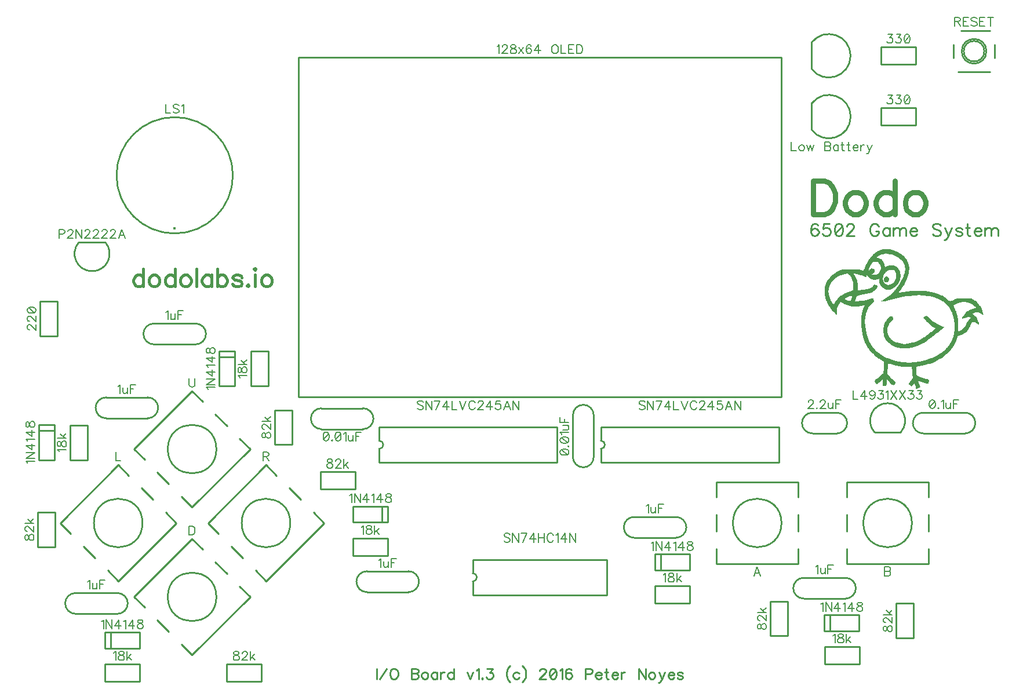
<source format=gbr>
G04 DipTrace 2.4.0.2*
%INTopSilk.gbr*%
%MOIN*%
%ADD10C,0.0098*%
%ADD12C,0.003*%
%ADD24C,0.0161*%
%ADD61C,0.0077*%
%ADD62C,0.0093*%
%ADD63C,0.0154*%
%ADD64C,0.0293*%
%ADD65C,0.0108*%
%FSLAX44Y44*%
G04*
G70*
G90*
G75*
G01*
%LNTopSilk*%
%LPD*%
X10199Y20275D2*
D10*
X7801D1*
X10199Y21475D2*
X7801D1*
G03X7801Y20275I-1J-600D01*
G01*
X10199D2*
G03X10199Y21475I1J600D01*
G01*
X3301Y5975D2*
X5699D1*
X3301Y4775D2*
X5699D1*
G03X5699Y5975I1J600D01*
G01*
X3301D2*
G03X3301Y4775I-1J-600D01*
G01*
X5051Y17225D2*
X7449D1*
X5051Y16025D2*
X7449D1*
G03X7449Y17225I1J600D01*
G01*
X5051D2*
G03X5051Y16025I-1J-600D01*
G01*
X22449Y6025D2*
X20051D1*
X22449Y7225D2*
X20051D1*
G03X20051Y6025I-1J-600D01*
G01*
X22449D2*
G03X22449Y7225I1J600D01*
G01*
X35426Y10350D2*
X37824D1*
X35426Y9150D2*
X37824D1*
G03X37824Y10350I1J600D01*
G01*
X35426D2*
G03X35426Y9150I-1J-600D01*
G01*
X45176Y6850D2*
X47574D1*
X45176Y5650D2*
X47574D1*
G03X47574Y6850I1J600D01*
G01*
X45176D2*
G03X45176Y5650I-1J-600D01*
G01*
X47074Y16350D2*
X45676D1*
X47074Y15150D2*
X45676D1*
Y16350D2*
G03X45676Y15150I-1J-600D01*
G01*
X47074D2*
G03X47074Y16350I1J600D01*
G01*
X52051D2*
X54449D1*
X52051Y15150D2*
X54449D1*
G03X54449Y16350I1J600D01*
G01*
X52051D2*
G03X52051Y15150I-1J-600D01*
G01*
X19829Y15400D2*
X17431D1*
X19829Y16600D2*
X17431D1*
G03X17431Y15400I-1J-600D01*
G01*
X19829D2*
G03X19829Y16600I1J600D01*
G01*
X33100Y16199D2*
Y13801D1*
X31900Y16199D2*
Y13801D1*
G03X33100Y13801I600J-1D01*
G01*
Y16199D2*
G03X31900Y16199I-600J1D01*
G01*
X11547Y19892D2*
X12453D1*
Y17882D1*
X11547Y19558D2*
X12453D1*
X11547Y17882D2*
X12453D1*
X11547Y19892D2*
Y17882D1*
X4983Y2797D2*
Y3703D1*
X6993D1*
X5317Y2797D2*
Y3703D1*
X6993Y2797D2*
Y3703D1*
X4983Y2797D2*
X6993D1*
X1172Y15642D2*
X2078D1*
Y13632D1*
X1172Y15308D2*
X2078D1*
X1172Y13632D2*
X2078D1*
X1172Y15642D2*
Y13632D1*
X21267Y10953D2*
Y10047D1*
X19257D1*
X20933Y10953D2*
Y10047D1*
X19257Y10953D2*
Y10047D1*
X21267Y10953D2*
X19257D1*
X36608Y7297D2*
Y8203D1*
X38618D1*
X36942Y7297D2*
Y8203D1*
X38618Y7297D2*
Y8203D1*
X36608Y7297D2*
X38618D1*
X46358Y3797D2*
Y4703D1*
X48368D1*
X46692Y3797D2*
Y4703D1*
X48368Y3797D2*
Y4703D1*
X46358Y3797D2*
X48368D1*
X45620Y36126D2*
Y37624D1*
X45622Y36123D2*
G03X45622Y37627I998J752D01*
G01*
X45625Y32626D2*
Y34124D1*
X45627Y32623D2*
G03X45627Y34127I998J752D01*
G01*
X16122Y36774D2*
X43878D1*
X16122Y17246D2*
X43878D1*
X16122Y36774D2*
Y17246D1*
X43878Y36774D2*
Y17246D1*
X5654Y30000D2*
G02X5654Y30000I3346J0D01*
G01*
D24*
X9000Y26960D3*
X5006Y26156D2*
D10*
G02X3494Y26156I-756J-666D01*
G01*
X5006D1*
X15750Y16498D2*
Y14502D1*
X14750D2*
X15750D1*
X14750Y16498D2*
Y14502D1*
Y16498D2*
X15750D1*
X13375Y17877D2*
Y19873D1*
X14375D2*
X13375D1*
X14375Y17877D2*
Y19873D1*
Y17877D2*
X13375D1*
X12002Y1875D2*
X13998D1*
Y875D2*
Y1875D1*
X12002Y875D2*
X13998D1*
X12002D2*
Y1875D1*
X6998Y875D2*
X5002D1*
Y1875D2*
Y875D1*
X6998Y1875D2*
X5002D1*
X6998D2*
Y875D1*
X2125Y10623D2*
Y8627D1*
X1125D2*
X2125D1*
X1125Y10623D2*
Y8627D1*
Y10623D2*
X2125D1*
X3000Y13627D2*
Y15623D1*
X4000D2*
X3000D1*
X4000Y13627D2*
Y15623D1*
Y13627D2*
X3000D1*
X17377Y12937D2*
X19373D1*
Y11937D2*
Y12937D1*
X17377Y11937D2*
X19373D1*
X17377D2*
Y12937D1*
X19252Y9125D2*
X21248D1*
Y8125D2*
Y9125D1*
X19252Y8125D2*
X21248D1*
X19252D2*
Y9125D1*
X44250Y5498D2*
Y3502D1*
X43250D2*
X44250D1*
X43250Y5498D2*
Y3502D1*
Y5498D2*
X44250D1*
X38623Y5375D2*
X36627D1*
Y6375D2*
Y5375D1*
X38623Y6375D2*
X36627D1*
X38623D2*
Y5375D1*
X51500Y5373D2*
Y3377D1*
X50500D2*
X51500D1*
X50500Y5373D2*
Y3377D1*
Y5373D2*
X51500D1*
X48373Y1875D2*
X46377D1*
Y2875D2*
Y1875D1*
X48373Y2875D2*
X46377D1*
X48373D2*
Y1875D1*
X51623Y32875D2*
X49627D1*
Y33875D2*
Y32875D1*
X51623Y33875D2*
X49627D1*
X51623D2*
Y32875D1*
Y36375D2*
X49627D1*
Y37375D2*
Y36375D1*
X51623Y37375D2*
X49627D1*
X51623D2*
Y36375D1*
X2250Y22748D2*
Y20752D1*
X1250D2*
X2250D1*
X1250Y22748D2*
Y20752D1*
Y22748D2*
X2250D1*
X8602Y14250D2*
G02X8602Y14250I1398J0D01*
G01*
X10613Y16979D2*
X10000Y17591D1*
X6659Y14250D1*
X7271Y13637D1*
X12729Y14863D2*
X13341Y14250D1*
X10000Y10909D1*
X9387Y11521D1*
X11336Y16254D2*
X12004Y15586D1*
X8664Y12246D2*
X7996Y12914D1*
X8602Y5750D2*
G02X8602Y5750I1398J0D01*
G01*
X10613Y8479D2*
X10000Y9091D1*
X6659Y5750D1*
X7271Y5137D1*
X12729Y6363D2*
X13341Y5750D1*
X10000Y2409D1*
X9387Y3021D1*
X11336Y7754D2*
X12004Y7086D1*
X8664Y3746D2*
X7996Y4414D1*
X4352Y10000D2*
G02X4352Y10000I1398J0D01*
G01*
X6363Y12729D2*
X5750Y13341D1*
X2409Y10000D1*
X3021Y9387D1*
X8479Y10613D2*
X9091Y10000D1*
X5750Y6659D1*
X5137Y7271D1*
X7086Y12004D2*
X7754Y11336D1*
X4414Y7996D2*
X3746Y8664D1*
X12852Y10000D2*
G02X12852Y10000I1398J0D01*
G01*
X14863Y12729D2*
X14250Y13341D1*
X10909Y10000D1*
X11521Y9387D1*
X16979Y10613D2*
X17591Y10000D1*
X14250Y6659D1*
X13637Y7271D1*
X15586Y12004D2*
X16254Y11336D1*
X12914Y7996D2*
X12246Y8664D1*
X41103Y10000D2*
G02X41103Y10000I1397J0D01*
G01*
X44862Y11496D2*
Y12362D1*
X40138D1*
Y11496D1*
X44862Y8504D2*
Y7638D1*
X40138D1*
Y8504D1*
X44862Y10472D2*
Y9528D1*
X40138D2*
Y10472D1*
X48603Y10000D2*
G02X48603Y10000I1397J0D01*
G01*
X52362Y11496D2*
Y12362D1*
X47638D1*
Y11496D1*
X52362Y8504D2*
Y7638D1*
X47638D1*
Y8504D1*
X52362Y10472D2*
Y9528D1*
X47638D2*
Y10472D1*
X54262Y37136D2*
G02X54262Y37136I709J0D01*
G01*
X54065Y35955D2*
X55876D1*
X56152Y36742D2*
Y37530D1*
X55876Y38317D2*
X54222D1*
X53789Y37530D2*
Y36742D1*
X54380Y37136D2*
G02X54380Y37136I590J0D01*
G01*
X26142Y7899D2*
X33858D1*
Y5851D2*
Y7899D1*
X26142Y5851D2*
X33858D1*
X26142D2*
Y6639D1*
Y7899D2*
Y7111D1*
Y6639D2*
G03X26142Y7111I0J236D01*
G01*
X20757Y15524D2*
X30993D1*
Y13476D2*
Y15524D1*
X20757Y13476D2*
X30993D1*
X20757D2*
Y14264D1*
Y15524D2*
Y14736D1*
Y14264D2*
G03X20757Y14736I-1J236D01*
G01*
X33507Y15524D2*
X43743D1*
Y13476D2*
Y15524D1*
X33507Y13476D2*
X43743D1*
X33507D2*
Y14264D1*
Y15524D2*
Y14736D1*
Y14264D2*
G03X33507Y14736I-1J236D01*
G01*
X49244Y15219D2*
G02X50756Y15219I756J666D01*
G01*
X49244D1*
X49715Y25740D2*
D12*
X50105D1*
X49621Y25710D2*
X50218D1*
X49538Y25680D2*
X50317D1*
X49465Y25650D2*
X50403D1*
X49401Y25620D2*
X50479D1*
X49347Y25590D2*
X50547D1*
X49300Y25560D2*
X50607D1*
X49258Y25530D2*
X49812D1*
X50003D2*
X50660D1*
X49222Y25500D2*
X49710D1*
X50127D2*
X50708D1*
X49193Y25470D2*
X49623D1*
X50232D2*
X50751D1*
X49167Y25440D2*
X49552D1*
X50320D2*
X50790D1*
X49141Y25410D2*
X49493D1*
X50394D2*
X50827D1*
X49113Y25380D2*
X49443D1*
X50459D2*
X50866D1*
X49084Y25350D2*
X49399D1*
X50518D2*
X50904D1*
X49055Y25320D2*
X49361D1*
X50571D2*
X50939D1*
X49026Y25290D2*
X49325D1*
X50619D2*
X50968D1*
X49000Y25260D2*
X49425D1*
X50661D2*
X50992D1*
X48977Y25230D2*
X49506D1*
X50699D2*
X51014D1*
X48956Y25200D2*
X49567D1*
X50732D2*
X51035D1*
X48935Y25170D2*
X49612D1*
X50764D2*
X51054D1*
X48916Y25140D2*
X49645D1*
X50795D2*
X51071D1*
X48899Y25110D2*
X49670D1*
X50824D2*
X51087D1*
X48883Y25080D2*
X49689D1*
X50850D2*
X51102D1*
X48868Y25050D2*
X49707D1*
X50872D2*
X51117D1*
X48852Y25020D2*
X49115D1*
X49445D2*
X49726D1*
X50890D2*
X51131D1*
X48834Y24990D2*
X49086D1*
X49474D2*
X49745D1*
X50907D2*
X51144D1*
X48814Y24960D2*
X49060D1*
X49500D2*
X49760D1*
X50922D2*
X51154D1*
X48796Y24930D2*
X49038D1*
X49522D2*
X49773D1*
X50937D2*
X51165D1*
X48779Y24900D2*
X49020D1*
X49540D2*
X49784D1*
X50951D2*
X51174D1*
X48763Y24870D2*
X49003D1*
X49556D2*
X49794D1*
X50964D2*
X51180D1*
X48748Y24840D2*
X48988D1*
X49571D2*
X49800D1*
X50974D2*
X51184D1*
X48733Y24810D2*
X48973D1*
X49583D2*
X49803D1*
X50075D2*
X50315D1*
X50985D2*
X51189D1*
X48719Y24780D2*
X48958D1*
X49594D2*
X49805D1*
X49996D2*
X50391D1*
X50994D2*
X51197D1*
X48706Y24750D2*
X48943D1*
X49605D2*
X49811D1*
X49926D2*
X50454D1*
X51000D2*
X51205D1*
X48696Y24720D2*
X48928D1*
X49614D2*
X49821D1*
X49864D2*
X50505D1*
X51003D2*
X51210D1*
X48684Y24690D2*
X48913D1*
X49619D2*
X50545D1*
X51004D2*
X51213D1*
X48671Y24660D2*
X48899D1*
X49085D2*
D3*
X49618D2*
X50576D1*
X51005D2*
X51214D1*
X48658Y24630D2*
X48888D1*
X49029D2*
X49175D1*
X49612D2*
X50600D1*
X51005D2*
X51215D1*
X47495Y24600D2*
X48215D1*
X48646D2*
X48881D1*
X48986D2*
X49193D1*
X49604D2*
X50620D1*
X51005D2*
X51214D1*
X47392Y24570D2*
X48330D1*
X48633D2*
X48879D1*
X48955D2*
X49209D1*
X49595D2*
X50046D1*
X50338D2*
X50636D1*
X51005D2*
X51210D1*
X47299Y24540D2*
X48443D1*
X48617D2*
X48882D1*
X48939D2*
X49220D1*
X49584D2*
X49991D1*
X50382D2*
X50651D1*
X51004D2*
X51203D1*
X47217Y24510D2*
X48554D1*
X48583D2*
X48891D1*
X48923D2*
X49227D1*
X49570D2*
X49943D1*
X50413D2*
X50663D1*
X51000D2*
X51195D1*
X47146Y24480D2*
X49220D1*
X49553D2*
X49903D1*
X50436D2*
X50674D1*
X50993D2*
X51190D1*
X47085Y24450D2*
X49208D1*
X49534D2*
X49869D1*
X50451D2*
X50685D1*
X50985D2*
X51187D1*
X47034Y24420D2*
X49192D1*
X49515D2*
X49837D1*
X50463D2*
X50694D1*
X50979D2*
X51185D1*
X46989Y24390D2*
X47653D1*
X47705D2*
X49152D1*
X49492D2*
X49811D1*
X50474D2*
X50700D1*
X50972D2*
X51180D1*
X46945Y24360D2*
X47526D1*
X47735D2*
X48004D1*
X48209D2*
X49094D1*
X49461D2*
X49789D1*
X50484D2*
X50703D1*
X50964D2*
X51173D1*
X46902Y24330D2*
X47419D1*
X47765D2*
X48030D1*
X48317D2*
X49025D1*
X49408D2*
X49770D1*
X50490D2*
X50704D1*
X50954D2*
X51165D1*
X46858Y24300D2*
X47330D1*
X47794D2*
X48052D1*
X48415D2*
X49104D1*
X49321D2*
X49754D1*
X50493D2*
X50705D1*
X50945D2*
X51159D1*
X46817Y24270D2*
X47252D1*
X47820D2*
X48070D1*
X48505D2*
X49207D1*
X49198D2*
X49739D1*
X50494D2*
X50705D1*
X50935D2*
X51152D1*
X46781Y24240D2*
X47183D1*
X47843D2*
X48087D1*
X48585D2*
X48755D1*
X48815D2*
X49728D1*
X50495D2*
X50705D1*
X50925D2*
X51144D1*
X46749Y24210D2*
X47125D1*
X47864D2*
X48102D1*
X48657D2*
X48755D1*
X48845D2*
X49721D1*
X50495D2*
X50705D1*
X50915D2*
X51134D1*
X46721Y24180D2*
X47074D1*
X47885D2*
X48117D1*
X48725D2*
X48755D1*
X48876D2*
X49716D1*
X49895D2*
X49925D1*
X50494D2*
X50705D1*
X50904D2*
X51125D1*
X46698Y24150D2*
X47030D1*
X47904D2*
X48132D1*
X48912D2*
X49711D1*
X49849D2*
X49978D1*
X50490D2*
X50704D1*
X50891D2*
X51114D1*
X46675Y24120D2*
X46992D1*
X47920D2*
X48147D1*
X48956D2*
X49703D1*
X49816D2*
X50017D1*
X50483D2*
X50700D1*
X50877D2*
X51101D1*
X46650Y24090D2*
X46958D1*
X47933D2*
X48161D1*
X49015D2*
X49696D1*
X49791D2*
X50043D1*
X50474D2*
X50693D1*
X50862D2*
X51088D1*
X46624Y24060D2*
X46926D1*
X47944D2*
X48174D1*
X49090D2*
X49385D1*
X49505D2*
X49695D1*
X49783D2*
X50062D1*
X50465D2*
X50685D1*
X50847D2*
X51076D1*
X46599Y24030D2*
X46895D1*
X47955D2*
X48184D1*
X49175D2*
X49265D1*
X49505D2*
X49699D1*
X49778D2*
X50067D1*
X50455D2*
X50679D1*
X50832D2*
X51066D1*
X46577Y24000D2*
X46865D1*
X47965D2*
X48195D1*
X49505D2*
X49706D1*
X49778D2*
X50069D1*
X50445D2*
X50672D1*
X50817D2*
X51054D1*
X46556Y23970D2*
X46835D1*
X47975D2*
X48204D1*
X49505D2*
X49712D1*
X49782D2*
X50056D1*
X50434D2*
X50662D1*
X50801D2*
X51041D1*
X46535Y23940D2*
X46805D1*
X47985D2*
X48211D1*
X49505D2*
X49718D1*
X49794D2*
X50036D1*
X50419D2*
X50650D1*
X50784D2*
X51027D1*
X46516Y23910D2*
X46776D1*
X47995D2*
X48218D1*
X49506D2*
X49728D1*
X49813D2*
X50012D1*
X50398D2*
X50637D1*
X50765D2*
X51012D1*
X46499Y23880D2*
X46750D1*
X48005D2*
X48226D1*
X49510D2*
X49741D1*
X49835D2*
X49985D1*
X50372D2*
X50622D1*
X50750D2*
X50997D1*
X46483Y23850D2*
X46728D1*
X48015D2*
X48235D1*
X49518D2*
X49758D1*
X50343D2*
X50607D1*
X50736D2*
X50982D1*
X46468Y23820D2*
X46710D1*
X48024D2*
X48240D1*
X49530D2*
X49781D1*
X50309D2*
X50591D1*
X50721D2*
X50968D1*
X46453Y23790D2*
X46693D1*
X48030D2*
X48243D1*
X49543D2*
X49810D1*
X50271D2*
X50572D1*
X50703D2*
X50952D1*
X46439Y23760D2*
X46678D1*
X48033D2*
X48244D1*
X49558D2*
X49850D1*
X50221D2*
X50549D1*
X50684D2*
X50937D1*
X46427Y23730D2*
X46663D1*
X48034D2*
X48245D1*
X49205D2*
X49235D1*
X49573D2*
X49919D1*
X50146D2*
X50523D1*
X50665D2*
X50921D1*
X46420Y23700D2*
X46649D1*
X48035D2*
X48245D1*
X49193D2*
X49292D1*
X49589D2*
X50030D1*
X50032D2*
X50495D1*
X50645D2*
X50904D1*
X46412Y23670D2*
X46636D1*
X48035D2*
X48245D1*
X49180D2*
X49341D1*
X49608D2*
X50468D1*
X50625D2*
X50884D1*
X46404Y23640D2*
X46626D1*
X48035D2*
X48245D1*
X49162D2*
X49380D1*
X49632D2*
X50441D1*
X50604D2*
X50865D1*
X46395Y23610D2*
X46615D1*
X48035D2*
X48245D1*
X49139D2*
X49395D1*
X49663D2*
X50407D1*
X50580D2*
X50844D1*
X46390Y23580D2*
X46606D1*
X48035D2*
X48245D1*
X49111D2*
X49379D1*
X49700D2*
X50365D1*
X50554D2*
X50821D1*
X46387Y23550D2*
X46600D1*
X48035D2*
X48245D1*
X49076D2*
X49362D1*
X49743D2*
X50315D1*
X50529D2*
X50798D1*
X46386Y23520D2*
X46596D1*
X48035D2*
X48245D1*
X49026D2*
X49343D1*
X49795D2*
X50254D1*
X50507D2*
X50777D1*
X46385Y23490D2*
X46591D1*
X48035D2*
X48245D1*
X48943D2*
X49319D1*
X49857D2*
X50182D1*
X50486D2*
X50760D1*
X46385Y23460D2*
X46583D1*
X48035D2*
X48245D1*
X48806D2*
X49293D1*
X49925D2*
X50105D1*
X50465D2*
X50742D1*
X46385Y23430D2*
X46575D1*
X48032D2*
X48245D1*
X48592D2*
X49264D1*
X50445D2*
X50723D1*
X46385Y23400D2*
X46570D1*
X48025D2*
X48245D1*
X48303D2*
X49235D1*
X50424D2*
X50700D1*
X46385Y23370D2*
X46567D1*
X47992D2*
X49203D1*
X50400D2*
X50678D1*
X46385Y23340D2*
X46566D1*
X47913D2*
X49167D1*
X50373D2*
X50656D1*
X51365D2*
X52145D1*
X46385Y23310D2*
X46566D1*
X47820D2*
X49117D1*
X50344D2*
X50635D1*
X51134D2*
X52334D1*
X46385Y23280D2*
X46570D1*
X47725D2*
X49041D1*
X50315D2*
X50611D1*
X50902D2*
X52500D1*
X46385Y23250D2*
X46577D1*
X47640D2*
X48925D1*
X50285D2*
X50585D1*
X50658D2*
X52637D1*
X46385Y23220D2*
X46585D1*
X47566D2*
X48761D1*
X50255D2*
X52749D1*
X46385Y23190D2*
X46590D1*
X47501D2*
X48574D1*
X50225D2*
X52843D1*
X46385Y23160D2*
X46594D1*
X47443D2*
X48410D1*
X50195D2*
X52926D1*
X46386Y23130D2*
X46599D1*
X47393D2*
X48299D1*
X50164D2*
X51695D1*
X51875D2*
X53000D1*
X46390Y23100D2*
X46607D1*
X47349D2*
X47922D1*
X47970D2*
X48224D1*
X50130D2*
X51252D1*
X52253D2*
X53067D1*
X46397Y23070D2*
X46616D1*
X47306D2*
X47820D1*
X47963D2*
X48202D1*
X50092D2*
X51060D1*
X52407D2*
X53126D1*
X46405Y23040D2*
X46625D1*
X47266D2*
X47732D1*
X47955D2*
X48188D1*
X50050D2*
X50883D1*
X52541D2*
X53177D1*
X46411Y23010D2*
X46635D1*
X47230D2*
X47658D1*
X47949D2*
X48176D1*
X50005D2*
X50723D1*
X52655D2*
X53222D1*
X46418Y22980D2*
X46645D1*
X47197D2*
X47597D1*
X47942D2*
X48165D1*
X49957D2*
X50577D1*
X52751D2*
X53269D1*
X46426Y22950D2*
X46655D1*
X47166D2*
X47551D1*
X47932D2*
X48155D1*
X49906D2*
X50441D1*
X52834D2*
X53316D1*
X46436Y22920D2*
X46665D1*
X47135D2*
X47519D1*
X47920D2*
X48145D1*
X49055D2*
X49145D1*
X49857D2*
X50312D1*
X52910D2*
X53359D1*
X53975D2*
X54785D1*
X46445Y22890D2*
X46675D1*
X47105D2*
X47495D1*
X47908D2*
X48135D1*
X48959D2*
X49155D1*
X49811D2*
X50189D1*
X52977D2*
X53398D1*
X53901D2*
X54844D1*
X46456Y22860D2*
X46685D1*
X47076D2*
X47556D1*
X47896D2*
X48125D1*
X48857D2*
X49165D1*
X49766D2*
X50070D1*
X53037D2*
X53432D1*
X53834D2*
X54900D1*
X46469Y22830D2*
X46696D1*
X47050D2*
X47624D1*
X47882D2*
X48114D1*
X48744D2*
X49175D1*
X49721D2*
X49952D1*
X53090D2*
X53464D1*
X53773D2*
X54952D1*
X46483Y22800D2*
X46709D1*
X47028D2*
X47705D1*
X47863D2*
X48100D1*
X48614D2*
X49184D1*
X49674D2*
X49834D1*
X53138D2*
X53496D1*
X53717D2*
X54999D1*
X46498Y22770D2*
X46723D1*
X47010D2*
X47805D1*
X47818D2*
X48084D1*
X48442D2*
X49191D1*
X49625D2*
X49715D1*
X53181D2*
X53531D1*
X53660D2*
X55041D1*
X46512Y22740D2*
X46739D1*
X46993D2*
X48065D1*
X48212D2*
X49182D1*
X53220D2*
X53571D1*
X53595D2*
X55078D1*
X46524Y22710D2*
X46757D1*
X46978D2*
X47256D1*
X47345D2*
X49154D1*
X53257D2*
X54168D1*
X54587D2*
X55107D1*
X46535Y22680D2*
X46776D1*
X46962D2*
X47230D1*
X47405D2*
X49121D1*
X53296D2*
X54048D1*
X54699D2*
X55132D1*
X46550Y22650D2*
X46798D1*
X46946D2*
X47207D1*
X47466D2*
X49087D1*
X53334D2*
X53951D1*
X54784D2*
X55155D1*
X46567Y22620D2*
X46828D1*
X46926D2*
X47186D1*
X47533D2*
X49053D1*
X53370D2*
X53877D1*
X54846D2*
X55180D1*
X46585Y22590D2*
X46872D1*
X46898D2*
X47165D1*
X47611D2*
X49018D1*
X53403D2*
X53821D1*
X54893D2*
X55207D1*
X46601Y22560D2*
X47146D1*
X47708D2*
X48599D1*
X48690D2*
X48988D1*
X53433D2*
X53777D1*
X54930D2*
X55235D1*
X46618Y22530D2*
X47129D1*
X47822D2*
X48439D1*
X48682D2*
X48960D1*
X53460D2*
X53757D1*
X54963D2*
X55260D1*
X46636Y22500D2*
X47113D1*
X47945D2*
X48275D1*
X48670D2*
X48933D1*
X53483D2*
X53757D1*
X54994D2*
X55283D1*
X46656Y22470D2*
X47099D1*
X48657D2*
X48909D1*
X53504D2*
X53771D1*
X55025D2*
X55304D1*
X46674Y22440D2*
X47087D1*
X48642D2*
X48888D1*
X53525D2*
X53786D1*
X55055D2*
X55325D1*
X46691Y22410D2*
X47076D1*
X48627D2*
X48870D1*
X53544D2*
X53802D1*
X55085D2*
X55344D1*
X46708Y22380D2*
X47065D1*
X48613D2*
X48853D1*
X53561D2*
X53817D1*
X55115D2*
X55361D1*
X46727Y22350D2*
X47056D1*
X48599D2*
X48838D1*
X53578D2*
X53831D1*
X54992D2*
X55377D1*
X46750Y22320D2*
X47050D1*
X48586D2*
X48823D1*
X53596D2*
X53844D1*
X54884D2*
X55391D1*
X46774Y22290D2*
X47047D1*
X48576D2*
X48809D1*
X53616D2*
X53854D1*
X54794D2*
X55402D1*
X46799Y22260D2*
X47046D1*
X48565D2*
X48796D1*
X53634D2*
X53866D1*
X54719D2*
X55409D1*
X46828Y22230D2*
X47045D1*
X48556D2*
X48786D1*
X53651D2*
X53879D1*
X54660D2*
X55414D1*
X46860Y22200D2*
X47045D1*
X48550D2*
X48775D1*
X53667D2*
X53892D1*
X54612D2*
X55419D1*
X46892Y22170D2*
X47045D1*
X48546D2*
X48765D1*
X53681D2*
X53904D1*
X54569D2*
X55427D1*
X46923Y22140D2*
X47045D1*
X48541D2*
X48755D1*
X53693D2*
X53914D1*
X54532D2*
X55435D1*
X46949Y22110D2*
X47045D1*
X48533D2*
X48745D1*
X53704D2*
X53925D1*
X54503D2*
X54946D1*
X55290D2*
X55441D1*
X46972Y22080D2*
X47045D1*
X48525D2*
X48736D1*
X53715D2*
X53935D1*
X54477D2*
X54877D1*
X55343D2*
X55449D1*
X46994Y22050D2*
X47045D1*
X48520D2*
X48729D1*
X53725D2*
X53945D1*
X54452D2*
X54815D1*
X55394D2*
X55460D1*
X47015Y22020D2*
X47045D1*
X48516D2*
X48722D1*
X53735D2*
X53955D1*
X54428D2*
X54873D1*
X55445D2*
X55475D1*
X48511Y21990D2*
X48714D1*
X53745D2*
X53964D1*
X54406D2*
X54921D1*
X48503Y21960D2*
X48705D1*
X53755D2*
X53971D1*
X54385D2*
X54962D1*
X48495Y21930D2*
X48700D1*
X52205D2*
X52235D1*
X53765D2*
X53978D1*
X54360D2*
X55000D1*
X48490Y21900D2*
X48697D1*
X50165D2*
X50225D1*
X52161D2*
X52265D1*
X53775D2*
X53986D1*
X54334D2*
X55032D1*
X48487Y21870D2*
X48696D1*
X50121D2*
X50244D1*
X52123D2*
X52295D1*
X53784D2*
X53995D1*
X54310D2*
X55059D1*
X48486Y21840D2*
X48694D1*
X50083D2*
X50261D1*
X52088D2*
X52325D1*
X53790D2*
X54000D1*
X54293D2*
X54515D1*
X54755D2*
X55082D1*
X48485Y21810D2*
X48690D1*
X50048D2*
X50276D1*
X52055D2*
X52355D1*
X53794D2*
X54003D1*
X54282D2*
X54395D1*
X54815D2*
X55099D1*
X48485Y21780D2*
X48683D1*
X50017D2*
X50289D1*
X52085D2*
X52385D1*
X53799D2*
X54005D1*
X54275D2*
D3*
X54771D2*
X55112D1*
X48485Y21750D2*
X48675D1*
X49990D2*
X50296D1*
X52115D2*
X52415D1*
X53807D2*
X54010D1*
X54733D2*
X55124D1*
X48485Y21720D2*
X48670D1*
X49967D2*
X50283D1*
X52145D2*
X52445D1*
X53815D2*
X54017D1*
X54698D2*
X55135D1*
X48485Y21690D2*
X48667D1*
X49946D2*
X50255D1*
X52175D2*
X52475D1*
X53820D2*
X54025D1*
X54667D2*
X55145D1*
X48485Y21660D2*
X48666D1*
X49925D2*
X50226D1*
X52205D2*
X52506D1*
X53823D2*
X54030D1*
X54640D2*
X55156D1*
X48485Y21630D2*
X48665D1*
X49905D2*
X50196D1*
X52235D2*
X52540D1*
X53824D2*
X54033D1*
X54617D2*
X55169D1*
X48485Y21600D2*
X48665D1*
X49885D2*
X50165D1*
X52265D2*
X52578D1*
X53826D2*
X54034D1*
X54596D2*
X55182D1*
X48485Y21570D2*
X48665D1*
X49865D2*
X50136D1*
X52295D2*
X52621D1*
X53830D2*
X54035D1*
X54575D2*
X54846D1*
X55019D2*
X55194D1*
X48485Y21540D2*
X48665D1*
X49846D2*
X50110D1*
X52325D2*
X52669D1*
X53837D2*
X54035D1*
X54556D2*
X54820D1*
X55068D2*
X55204D1*
X48485Y21510D2*
X48666D1*
X49830D2*
X50088D1*
X52355D2*
X52721D1*
X53845D2*
X54035D1*
X54540D2*
X54798D1*
X55113D2*
X55215D1*
X48485Y21480D2*
X48670D1*
X49818D2*
X50070D1*
X52385D2*
X52778D1*
X53850D2*
X54035D1*
X54527D2*
X54780D1*
X55158D2*
X55225D1*
X48485Y21450D2*
X48677D1*
X49810D2*
X50053D1*
X52416D2*
X52836D1*
X53853D2*
X54035D1*
X54516D2*
X54763D1*
X55205D2*
X55235D1*
X48485Y21420D2*
X48685D1*
X49803D2*
X50038D1*
X52450D2*
X52897D1*
X53854D2*
X54035D1*
X54505D2*
X54748D1*
X48485Y21390D2*
X48690D1*
X49794D2*
X50023D1*
X52488D2*
X52960D1*
X53855D2*
X54035D1*
X54495D2*
X54733D1*
X48485Y21360D2*
X48693D1*
X49785D2*
X50009D1*
X52530D2*
X53027D1*
X53855D2*
X54035D1*
X54484D2*
X54719D1*
X48485Y21330D2*
X48694D1*
X49780D2*
X49996D1*
X52574D2*
X53095D1*
X53855D2*
X54035D1*
X54469D2*
X54706D1*
X48486Y21300D2*
X48695D1*
X49777D2*
X49986D1*
X52619D2*
X53161D1*
X53855D2*
X54035D1*
X54448D2*
X54695D1*
X48490Y21270D2*
X48696D1*
X49775D2*
X49975D1*
X52668D2*
X53225D1*
X53855D2*
X54035D1*
X54422D2*
X54680D1*
X48497Y21240D2*
X48700D1*
X49770D2*
X49966D1*
X52720D2*
X53185D1*
X53855D2*
X54035D1*
X54394D2*
X54663D1*
X48505Y21210D2*
X48707D1*
X49763D2*
X49960D1*
X52775D2*
X53145D1*
X53855D2*
X54035D1*
X54364D2*
X54644D1*
X48510Y21180D2*
X48715D1*
X49755D2*
X49957D1*
X52735D2*
X53105D1*
X53855D2*
X54035D1*
X54334D2*
X54625D1*
X48513Y21150D2*
X48720D1*
X49750D2*
X49956D1*
X52696D2*
X53065D1*
X53855D2*
X54035D1*
X54300D2*
X54605D1*
X48515Y21120D2*
X48723D1*
X49747D2*
X49955D1*
X52660D2*
X53026D1*
X53854D2*
X54035D1*
X54260D2*
X54585D1*
X48520Y21090D2*
X48725D1*
X49746D2*
X49955D1*
X52626D2*
X52989D1*
X53850D2*
X54036D1*
X54211D2*
X54564D1*
X48527Y21060D2*
X48730D1*
X49746D2*
X49955D1*
X52591D2*
X52952D1*
X53843D2*
X54041D1*
X54147D2*
X54540D1*
X48535Y21030D2*
X48737D1*
X49750D2*
X49955D1*
X52553D2*
X52914D1*
X53835D2*
X54051D1*
X54066D2*
X54512D1*
X48540Y21000D2*
X48745D1*
X49757D2*
X49956D1*
X52514D2*
X52875D1*
X53830D2*
X54479D1*
X48543Y20970D2*
X48750D1*
X49765D2*
X49960D1*
X52475D2*
X52839D1*
X53827D2*
X54442D1*
X48544Y20940D2*
X48754D1*
X49770D2*
X49967D1*
X52434D2*
X52802D1*
X53825D2*
X54403D1*
X48546Y20910D2*
X48759D1*
X49773D2*
X49976D1*
X52391D2*
X52763D1*
X53820D2*
X54358D1*
X48550Y20880D2*
X48767D1*
X49775D2*
X49985D1*
X52348D2*
X52720D1*
X53813D2*
X54301D1*
X48557Y20850D2*
X48776D1*
X49780D2*
X49996D1*
X52307D2*
X52678D1*
X53805D2*
X54224D1*
X48565Y20820D2*
X48785D1*
X49787D2*
X50009D1*
X52271D2*
X52637D1*
X53799D2*
X54122D1*
X48571Y20790D2*
X48795D1*
X49795D2*
X50023D1*
X52236D2*
X52600D1*
X53792D2*
X54005D1*
X48578Y20760D2*
X48804D1*
X49801D2*
X50038D1*
X52201D2*
X52562D1*
X53784D2*
X53995D1*
X48586Y20730D2*
X48811D1*
X49808D2*
X50053D1*
X52162D2*
X52524D1*
X53774D2*
X53986D1*
X48596Y20700D2*
X48818D1*
X49818D2*
X50069D1*
X52120D2*
X52484D1*
X53765D2*
X53979D1*
X48605Y20670D2*
X48827D1*
X49830D2*
X50088D1*
X52076D2*
X52445D1*
X53755D2*
X53972D1*
X48615Y20640D2*
X48840D1*
X49843D2*
X50111D1*
X52031D2*
X52405D1*
X53745D2*
X53964D1*
X48625Y20610D2*
X48852D1*
X49859D2*
X50138D1*
X51982D2*
X52366D1*
X53734D2*
X53954D1*
X48635Y20580D2*
X48864D1*
X49878D2*
X50167D1*
X51929D2*
X52329D1*
X53720D2*
X53945D1*
X48645Y20550D2*
X48874D1*
X49901D2*
X50200D1*
X51872D2*
X52292D1*
X53704D2*
X53934D1*
X48655Y20520D2*
X48886D1*
X49927D2*
X50239D1*
X51813D2*
X52253D1*
X53689D2*
X53921D1*
X48665Y20490D2*
X48899D1*
X49956D2*
X50281D1*
X51748D2*
X52210D1*
X53676D2*
X53907D1*
X48676Y20460D2*
X48913D1*
X49985D2*
X50330D1*
X51676D2*
X52167D1*
X53661D2*
X53892D1*
X48689Y20430D2*
X48928D1*
X50015D2*
X50388D1*
X51596D2*
X52121D1*
X53643D2*
X53878D1*
X48703Y20400D2*
X48943D1*
X50045D2*
X50459D1*
X51508D2*
X52072D1*
X53625D2*
X53866D1*
X48718Y20370D2*
X48958D1*
X50075D2*
X50547D1*
X51405D2*
X52019D1*
X53609D2*
X53856D1*
X48733Y20340D2*
X48973D1*
X50106D2*
X50656D1*
X51279D2*
X51962D1*
X53593D2*
X53844D1*
X48748Y20310D2*
X48989D1*
X50141D2*
X50781D1*
X51132D2*
X51903D1*
X53578D2*
X53830D1*
X48763Y20280D2*
X49007D1*
X50185D2*
X51838D1*
X53561D2*
X53813D1*
X48779Y20250D2*
X49030D1*
X50238D2*
X51766D1*
X53542D2*
X53794D1*
X48796Y20220D2*
X49052D1*
X50302D2*
X51685D1*
X53519D2*
X53775D1*
X48816Y20190D2*
X49074D1*
X50374D2*
X51595D1*
X53493D2*
X53755D1*
X48834Y20160D2*
X49095D1*
X50463D2*
X51489D1*
X53465D2*
X53735D1*
X48851Y20130D2*
X49119D1*
X50585D2*
X51357D1*
X53440D2*
X53715D1*
X48868Y20100D2*
X49142D1*
X50752D2*
X51191D1*
X53417D2*
X53694D1*
X48886Y20070D2*
X49164D1*
X50945D2*
X51005D1*
X53395D2*
X53671D1*
X48906Y20040D2*
X49185D1*
X53370D2*
X53648D1*
X48925Y20010D2*
X49210D1*
X53343D2*
X53626D1*
X48946Y19980D2*
X49237D1*
X53313D2*
X53605D1*
X48970Y19950D2*
X49266D1*
X53280D2*
X53580D1*
X48997Y19920D2*
X49296D1*
X53243D2*
X53553D1*
X49026Y19890D2*
X49330D1*
X53204D2*
X53524D1*
X49055Y19860D2*
X49367D1*
X53165D2*
X53495D1*
X49085Y19830D2*
X49405D1*
X53125D2*
X53465D1*
X49115Y19800D2*
X49440D1*
X53085D2*
X53435D1*
X49145Y19770D2*
X49474D1*
X53045D2*
X53404D1*
X49175Y19740D2*
X49509D1*
X53004D2*
X53370D1*
X49205Y19710D2*
X49548D1*
X52960D2*
X53333D1*
X49235Y19680D2*
X49591D1*
X52913D2*
X53295D1*
X49266Y19650D2*
X49637D1*
X52864D2*
X53259D1*
X49300Y19620D2*
X49687D1*
X52813D2*
X53222D1*
X49338Y19590D2*
X49740D1*
X52759D2*
X53182D1*
X49380Y19560D2*
X49798D1*
X52696D2*
X53139D1*
X49423Y19530D2*
X49861D1*
X52628D2*
X53092D1*
X49468Y19500D2*
X49927D1*
X52556D2*
X53040D1*
X49513Y19470D2*
X49997D1*
X52481D2*
X52987D1*
X49559Y19440D2*
X50071D1*
X52402D2*
X52936D1*
X49607Y19410D2*
X50150D1*
X52318D2*
X52885D1*
X49659Y19380D2*
X50238D1*
X52225D2*
X52830D1*
X49710Y19350D2*
X50339D1*
X52118D2*
X52773D1*
X49751Y19320D2*
X50463D1*
X51985D2*
X52713D1*
X49783Y19290D2*
X50635D1*
X51806D2*
X52649D1*
X49795Y19260D2*
X50891D1*
X51544D2*
X52580D1*
X49800Y19230D2*
X51250D1*
X51182D2*
X52504D1*
X49802Y19200D2*
X49985D1*
X50046D2*
X52418D1*
X49799Y19170D2*
X49985D1*
X50141D2*
X52322D1*
X49793Y19140D2*
X49985D1*
X50245D2*
X52216D1*
X49785Y19110D2*
X49985D1*
X50362D2*
X52094D1*
X49780Y19080D2*
X49985D1*
X50499D2*
X51949D1*
X49777Y19050D2*
X49985D1*
X50656D2*
X51783D1*
X49776Y19020D2*
X49985D1*
X50825D2*
X51605D1*
X49775Y18990D2*
X49985D1*
X51395D2*
X51605D1*
X49775Y18960D2*
X49985D1*
X51395D2*
X51605D1*
X49775Y18930D2*
X49984D1*
X51395D2*
X51605D1*
X49775Y18900D2*
X49980D1*
X51396D2*
X51606D1*
X49775Y18870D2*
X49973D1*
X51400D2*
X51610D1*
X49775Y18840D2*
X49965D1*
X51407D2*
X51617D1*
X49775Y18810D2*
X49960D1*
X51415D2*
X51625D1*
X49774Y18780D2*
X49957D1*
X51420D2*
X51630D1*
X49770Y18750D2*
X49956D1*
X51423D2*
X51633D1*
X49763Y18720D2*
X49955D1*
X51424D2*
X51634D1*
X49755Y18690D2*
X49955D1*
X51425D2*
X51635D1*
X49749Y18660D2*
X49955D1*
X51425D2*
X51635D1*
X49741Y18630D2*
X49955D1*
X51425D2*
X51635D1*
X49729Y18600D2*
X49957D1*
X51425D2*
X51635D1*
X49703Y18570D2*
X49963D1*
X51425D2*
X51635D1*
X49670Y18540D2*
X49985D1*
X51425D2*
X51635D1*
X49633Y18510D2*
X50013D1*
X51426D2*
X51637D1*
X49594Y18480D2*
X50043D1*
X51430D2*
X51651D1*
X49555Y18450D2*
X50074D1*
X51437D2*
X51707D1*
X49516Y18420D2*
X50105D1*
X51444D2*
X51787D1*
X49479Y18390D2*
X50135D1*
X51445D2*
X51884D1*
X49442Y18360D2*
X50165D1*
X51439D2*
X51988D1*
X49404Y18330D2*
X50195D1*
X51428D2*
X52093D1*
X49365Y18300D2*
X50226D1*
X51412D2*
X52190D1*
X49330Y18270D2*
X50260D1*
X51394D2*
X52266D1*
X49299Y18240D2*
X49650D1*
X49715D2*
X49925D1*
X49985D2*
X50297D1*
X51375D2*
X52321D1*
X49273Y18210D2*
X49613D1*
X49715D2*
X49925D1*
X50015D2*
X50335D1*
X51354D2*
X52341D1*
X49255Y18180D2*
X49575D1*
X49715D2*
X49925D1*
X50045D2*
X50369D1*
X51330D2*
X52347D1*
X49257Y18150D2*
X49539D1*
X49715D2*
X49925D1*
X50075D2*
X50396D1*
X51303D2*
X51719D1*
X51911D2*
X52341D1*
X49276Y18120D2*
X49502D1*
X49715D2*
X49925D1*
X50105D2*
X50418D1*
X51275D2*
X51738D1*
X52013D2*
X52334D1*
X49299Y18090D2*
X49463D1*
X49715D2*
X49924D1*
X50135D2*
X50424D1*
X51251D2*
X51752D1*
X52123D2*
X52329D1*
X49327Y18060D2*
X49424D1*
X49715D2*
X49920D1*
X50165D2*
X50417D1*
X51231D2*
X51764D1*
X52235D2*
X52325D1*
X49355Y18030D2*
X49385D1*
X49715D2*
X49913D1*
X50196D2*
X50396D1*
X51225D2*
X51485D1*
X51539D2*
X51775D1*
X49715Y18000D2*
X49905D1*
X50231D2*
X50371D1*
X51233D2*
X51456D1*
X51558D2*
X51785D1*
X49715Y17970D2*
X49900D1*
X50271D2*
X50344D1*
X51259D2*
X51430D1*
X51572D2*
X51795D1*
X49715Y17940D2*
X49897D1*
X50315D2*
D3*
X51291D2*
X51407D1*
X51584D2*
X51805D1*
X49715Y17910D2*
X49895D1*
X51328D2*
X51386D1*
X51595D2*
X51816D1*
X51365Y17880D2*
D3*
X51605D2*
X51829D1*
X51615Y17850D2*
X51845D1*
X51624Y17820D2*
X51788D1*
X51630Y17790D2*
X51728D1*
X51635Y17760D2*
X51665D1*
X49715Y25740D2*
X49621Y25710D1*
X49538Y25680D1*
X49465Y25650D1*
X49401Y25620D1*
X49347Y25590D1*
X49300Y25560D1*
X49258Y25530D1*
X49222Y25500D1*
X49193Y25470D1*
X49167Y25440D1*
X49141Y25410D1*
X49113Y25380D1*
X49084Y25350D1*
X49055Y25320D1*
X49026Y25290D1*
X49000Y25260D1*
X48977Y25230D1*
X48956Y25200D1*
X48935Y25170D1*
X48916Y25140D1*
X48899Y25110D1*
X48883Y25080D1*
X48868Y25050D1*
X48852Y25020D1*
X48834Y24990D1*
X48814Y24960D1*
X48796Y24930D1*
X48779Y24900D1*
X48763Y24870D1*
X48748Y24840D1*
X48733Y24810D1*
X48719Y24780D1*
X48706Y24750D1*
X48696Y24720D1*
X48684Y24690D1*
X48671Y24660D1*
X48658Y24630D1*
X48646Y24600D1*
X48633Y24570D1*
X48617Y24540D1*
X48583Y24510D1*
X48545Y24480D1*
X50105Y25740D2*
X50218Y25710D1*
X50317Y25680D1*
X50403Y25650D1*
X50479Y25620D1*
X50547Y25590D1*
X50607Y25560D1*
X50660Y25530D1*
X50708Y25500D1*
X50751Y25470D1*
X50790Y25440D1*
X50827Y25410D1*
X50866Y25380D1*
X50904Y25350D1*
X50939Y25320D1*
X50968Y25290D1*
X50992Y25260D1*
X51014Y25230D1*
X51035Y25200D1*
X51054Y25170D1*
X51071Y25140D1*
X51087Y25110D1*
X51102Y25080D1*
X51117Y25050D1*
X51131Y25020D1*
X51144Y24990D1*
X51154Y24960D1*
X51165Y24930D1*
X51174Y24900D1*
X51180Y24870D1*
X51184Y24840D1*
X51189Y24810D1*
X51197Y24780D1*
X51205Y24750D1*
X51210Y24720D1*
X51213Y24690D1*
X51214Y24660D1*
X51215Y24630D1*
X51214Y24600D1*
X51210Y24570D1*
X51203Y24540D1*
X51195Y24510D1*
X51190Y24480D1*
X51187Y24450D1*
X51185Y24420D1*
X51180Y24390D1*
X51173Y24360D1*
X51165Y24330D1*
X51159Y24300D1*
X51152Y24270D1*
X51144Y24240D1*
X51134Y24210D1*
X51125Y24180D1*
X51114Y24150D1*
X51101Y24120D1*
X51088Y24090D1*
X51076Y24060D1*
X51066Y24030D1*
X51054Y24000D1*
X51041Y23970D1*
X51027Y23940D1*
X51012Y23910D1*
X50997Y23880D1*
X50982Y23850D1*
X50968Y23820D1*
X50952Y23790D1*
X50937Y23760D1*
X50921Y23730D1*
X50904Y23700D1*
X50884Y23670D1*
X50865Y23640D1*
X50844Y23610D1*
X50821Y23580D1*
X50798Y23550D1*
X50777Y23520D1*
X50760Y23490D1*
X50742Y23460D1*
X50723Y23430D1*
X50700Y23400D1*
X50678Y23370D1*
X50656Y23340D1*
X50635Y23310D1*
X50611Y23280D1*
X50585Y23250D1*
X50645Y23220D1*
X49925Y25560D2*
X49812Y25530D1*
X49710Y25500D1*
X49623Y25470D1*
X49552Y25440D1*
X49493Y25410D1*
X49443Y25380D1*
X49399Y25350D1*
X49361Y25320D1*
X49325Y25290D1*
X49425Y25260D1*
X49506Y25230D1*
X49567Y25200D1*
X49612Y25170D1*
X49645Y25140D1*
X49670Y25110D1*
X49689Y25080D1*
X49707Y25050D1*
X49726Y25020D1*
X49745Y24990D1*
X49760Y24960D1*
X49773Y24930D1*
X49784Y24900D1*
X49794Y24870D1*
X49800Y24840D1*
X49803Y24810D1*
X49805Y24780D1*
X49811Y24750D1*
X49821Y24720D1*
X49835Y24690D1*
X49865Y25560D2*
X50003Y25530D1*
X50127Y25500D1*
X50232Y25470D1*
X50320Y25440D1*
X50394Y25410D1*
X50459Y25380D1*
X50518Y25350D1*
X50571Y25320D1*
X50619Y25290D1*
X50661Y25260D1*
X50699Y25230D1*
X50732Y25200D1*
X50764Y25170D1*
X50795Y25140D1*
X50824Y25110D1*
X50850Y25080D1*
X50872Y25050D1*
X50890Y25020D1*
X50907Y24990D1*
X50922Y24960D1*
X50937Y24930D1*
X50951Y24900D1*
X50964Y24870D1*
X50974Y24840D1*
X50985Y24810D1*
X50994Y24780D1*
X51000Y24750D1*
X51003Y24720D1*
X51004Y24690D1*
X51005Y24660D1*
Y24630D1*
Y24600D1*
Y24570D1*
X51004Y24540D1*
X51000Y24510D1*
X50993Y24480D1*
X50985Y24450D1*
X50979Y24420D1*
X50972Y24390D1*
X50964Y24360D1*
X50954Y24330D1*
X50945Y24300D1*
X50935Y24270D1*
X50925Y24240D1*
X50915Y24210D1*
X50904Y24180D1*
X50891Y24150D1*
X50877Y24120D1*
X50862Y24090D1*
X50847Y24060D1*
X50832Y24030D1*
X50817Y24000D1*
X50801Y23970D1*
X50784Y23940D1*
X50765Y23910D1*
X50750Y23880D1*
X50736Y23850D1*
X50721Y23820D1*
X50703Y23790D1*
X50684Y23760D1*
X50665Y23730D1*
X50645Y23700D1*
X50625Y23670D1*
X50604Y23640D1*
X50580Y23610D1*
X50554Y23580D1*
X50529Y23550D1*
X50507Y23520D1*
X50486Y23490D1*
X50465Y23460D1*
X50445Y23430D1*
X50424Y23400D1*
X50400Y23370D1*
X50373Y23340D1*
X50344Y23310D1*
X50315Y23280D1*
X50285Y23250D1*
X50255Y23220D1*
X50225Y23190D1*
X50195Y23160D1*
X50164Y23130D1*
X50130Y23100D1*
X50092Y23070D1*
X50050Y23040D1*
X50005Y23010D1*
X49957Y22980D1*
X49906Y22950D1*
X49857Y22920D1*
X49811Y22890D1*
X49766Y22860D1*
X49721Y22830D1*
X49674Y22800D1*
X49625Y22770D1*
X49145Y25050D2*
X49115Y25020D1*
X49086Y24990D1*
X49060Y24960D1*
X49038Y24930D1*
X49020Y24900D1*
X49003Y24870D1*
X48988Y24840D1*
X48973Y24810D1*
X48958Y24780D1*
X48943Y24750D1*
X48928Y24720D1*
X48913Y24690D1*
X48899Y24660D1*
X48888Y24630D1*
X48881Y24600D1*
X48879Y24570D1*
X48882Y24540D1*
X48891Y24510D1*
X48905Y24480D1*
X49415Y25050D2*
X49445Y25020D1*
X49474Y24990D1*
X49500Y24960D1*
X49522Y24930D1*
X49540Y24900D1*
X49556Y24870D1*
X49571Y24840D1*
X49583Y24810D1*
X49594Y24780D1*
X49605Y24750D1*
X49614Y24720D1*
X49619Y24690D1*
X49618Y24660D1*
X49612Y24630D1*
X49604Y24600D1*
X49595Y24570D1*
X49584Y24540D1*
X49570Y24510D1*
X49553Y24480D1*
X49534Y24450D1*
X49515Y24420D1*
X49492Y24390D1*
X49461Y24360D1*
X49408Y24330D1*
X49321Y24300D1*
X49198Y24270D1*
X49055Y24240D1*
X50075Y24810D2*
X49996Y24780D1*
X49926Y24750D1*
X49864Y24720D1*
X49805Y24690D1*
X50315Y24810D2*
X50391Y24780D1*
X50454Y24750D1*
X50505Y24720D1*
X50545Y24690D1*
X50576Y24660D1*
X50600Y24630D1*
X50620Y24600D1*
X50636Y24570D1*
X50651Y24540D1*
X50663Y24510D1*
X50674Y24480D1*
X50685Y24450D1*
X50694Y24420D1*
X50700Y24390D1*
X50703Y24360D1*
X50704Y24330D1*
X50705Y24300D1*
Y24270D1*
Y24240D1*
Y24210D1*
Y24180D1*
X50704Y24150D1*
X50700Y24120D1*
X50693Y24090D1*
X50685Y24060D1*
X50679Y24030D1*
X50672Y24000D1*
X50662Y23970D1*
X50650Y23940D1*
X50637Y23910D1*
X50622Y23880D1*
X50607Y23850D1*
X50591Y23820D1*
X50572Y23790D1*
X50549Y23760D1*
X50523Y23730D1*
X50495Y23700D1*
X50468Y23670D1*
X50441Y23640D1*
X50407Y23610D1*
X50365Y23580D1*
X50315Y23550D1*
X50254Y23520D1*
X50182Y23490D1*
X50105Y23460D1*
X49085Y24660D2*
X49029Y24630D1*
X48986Y24600D1*
X48955Y24570D1*
X48939Y24540D1*
X48923Y24510D1*
X48905Y24480D1*
X49175Y24630D2*
X49193Y24600D1*
X49209Y24570D1*
X49220Y24540D1*
X49227Y24510D1*
X49220Y24480D1*
X49208Y24450D1*
X49192Y24420D1*
X49152Y24390D1*
X49094Y24360D1*
X49025Y24330D1*
X49104Y24300D1*
X49207Y24270D1*
X49325Y24240D1*
X47495Y24600D2*
X47392Y24570D1*
X47299Y24540D1*
X47217Y24510D1*
X47146Y24480D1*
X47085Y24450D1*
X47034Y24420D1*
X46989Y24390D1*
X46945Y24360D1*
X46902Y24330D1*
X46858Y24300D1*
X46817Y24270D1*
X46781Y24240D1*
X46749Y24210D1*
X46721Y24180D1*
X46698Y24150D1*
X46675Y24120D1*
X46650Y24090D1*
X46624Y24060D1*
X46599Y24030D1*
X46577Y24000D1*
X46556Y23970D1*
X46535Y23940D1*
X46516Y23910D1*
X46499Y23880D1*
X46483Y23850D1*
X46468Y23820D1*
X46453Y23790D1*
X46439Y23760D1*
X46427Y23730D1*
X46420Y23700D1*
X46412Y23670D1*
X46404Y23640D1*
X46395Y23610D1*
X46390Y23580D1*
X46387Y23550D1*
X46386Y23520D1*
X46385Y23490D1*
Y23460D1*
Y23430D1*
Y23400D1*
Y23370D1*
Y23340D1*
Y23310D1*
Y23280D1*
Y23250D1*
Y23220D1*
Y23190D1*
Y23160D1*
X46386Y23130D1*
X46390Y23100D1*
X46397Y23070D1*
X46405Y23040D1*
X46411Y23010D1*
X46418Y22980D1*
X46426Y22950D1*
X46436Y22920D1*
X46445Y22890D1*
X46456Y22860D1*
X46469Y22830D1*
X46483Y22800D1*
X46498Y22770D1*
X46512Y22740D1*
X46524Y22710D1*
X46535Y22680D1*
X46550Y22650D1*
X46567Y22620D1*
X46585Y22590D1*
X46601Y22560D1*
X46618Y22530D1*
X46636Y22500D1*
X46656Y22470D1*
X46674Y22440D1*
X46691Y22410D1*
X46708Y22380D1*
X46727Y22350D1*
X46750Y22320D1*
X46774Y22290D1*
X46799Y22260D1*
X46828Y22230D1*
X46860Y22200D1*
X46892Y22170D1*
X46923Y22140D1*
X46949Y22110D1*
X46972Y22080D1*
X46994Y22050D1*
X47015Y22020D1*
X48215Y24600D2*
X48330Y24570D1*
X48443Y24540D1*
X48554Y24510D1*
X48665Y24480D1*
X50105Y24600D2*
X50046Y24570D1*
X49991Y24540D1*
X49943Y24510D1*
X49903Y24480D1*
X49869Y24450D1*
X49837Y24420D1*
X49811Y24390D1*
X49789Y24360D1*
X49770Y24330D1*
X49754Y24300D1*
X49739Y24270D1*
X49728Y24240D1*
X49721Y24210D1*
X49716Y24180D1*
X49711Y24150D1*
X49703Y24120D1*
X49696Y24090D1*
X49695Y24060D1*
X49699Y24030D1*
X49706Y24000D1*
X49712Y23970D1*
X49718Y23940D1*
X49728Y23910D1*
X49741Y23880D1*
X49758Y23850D1*
X49781Y23820D1*
X49810Y23790D1*
X49850Y23760D1*
X49919Y23730D1*
X50030Y23700D1*
X50165Y23670D1*
X50285Y24600D2*
X50338Y24570D1*
X50382Y24540D1*
X50413Y24510D1*
X50436Y24480D1*
X50451Y24450D1*
X50463Y24420D1*
X50474Y24390D1*
X50484Y24360D1*
X50490Y24330D1*
X50493Y24300D1*
X50494Y24270D1*
X50495Y24240D1*
Y24210D1*
X50494Y24180D1*
X50490Y24150D1*
X50483Y24120D1*
X50474Y24090D1*
X50465Y24060D1*
X50455Y24030D1*
X50445Y24000D1*
X50434Y23970D1*
X50419Y23940D1*
X50398Y23910D1*
X50372Y23880D1*
X50343Y23850D1*
X50309Y23820D1*
X50271Y23790D1*
X50221Y23760D1*
X50146Y23730D1*
X50032Y23700D1*
X49895Y23670D1*
X47795Y24420D2*
X47653Y24390D1*
X47526Y24360D1*
X47419Y24330D1*
X47330Y24300D1*
X47252Y24270D1*
X47183Y24240D1*
X47125Y24210D1*
X47074Y24180D1*
X47030Y24150D1*
X46992Y24120D1*
X46958Y24090D1*
X46926Y24060D1*
X46895Y24030D1*
X46865Y24000D1*
X46835Y23970D1*
X46805Y23940D1*
X46776Y23910D1*
X46750Y23880D1*
X46728Y23850D1*
X46710Y23820D1*
X46693Y23790D1*
X46678Y23760D1*
X46663Y23730D1*
X46649Y23700D1*
X46636Y23670D1*
X46626Y23640D1*
X46615Y23610D1*
X46606Y23580D1*
X46600Y23550D1*
X46596Y23520D1*
X46591Y23490D1*
X46583Y23460D1*
X46575Y23430D1*
X46570Y23400D1*
X46567Y23370D1*
X46566Y23340D1*
Y23310D1*
X46570Y23280D1*
X46577Y23250D1*
X46585Y23220D1*
X46590Y23190D1*
X46594Y23160D1*
X46599Y23130D1*
X46607Y23100D1*
X46616Y23070D1*
X46625Y23040D1*
X46635Y23010D1*
X46645Y22980D1*
X46655Y22950D1*
X46665Y22920D1*
X46675Y22890D1*
X46685Y22860D1*
X46696Y22830D1*
X46709Y22800D1*
X46723Y22770D1*
X46739Y22740D1*
X46757Y22710D1*
X46776Y22680D1*
X46798Y22650D1*
X46828Y22620D1*
X46872Y22590D1*
X46925Y22560D1*
X47675Y24420D2*
X47705Y24390D1*
X47735Y24360D1*
X47765Y24330D1*
X47794Y24300D1*
X47820Y24270D1*
X47843Y24240D1*
X47864Y24210D1*
X47885Y24180D1*
X47904Y24150D1*
X47920Y24120D1*
X47933Y24090D1*
X47944Y24060D1*
X47955Y24030D1*
X47965Y24000D1*
X47975Y23970D1*
X47985Y23940D1*
X47995Y23910D1*
X48005Y23880D1*
X48015Y23850D1*
X48024Y23820D1*
X48030Y23790D1*
X48033Y23760D1*
X48034Y23730D1*
X48035Y23700D1*
Y23670D1*
Y23640D1*
Y23610D1*
Y23580D1*
Y23550D1*
Y23520D1*
Y23490D1*
Y23460D1*
X48032Y23430D1*
X48025Y23400D1*
X47992Y23370D1*
X47913Y23340D1*
X47820Y23310D1*
X47725Y23280D1*
X47640Y23250D1*
X47566Y23220D1*
X47501Y23190D1*
X47443Y23160D1*
X47393Y23130D1*
X47349Y23100D1*
X47306Y23070D1*
X47266Y23040D1*
X47230Y23010D1*
X47197Y22980D1*
X47166Y22950D1*
X47135Y22920D1*
X47105Y22890D1*
X47076Y22860D1*
X47050Y22830D1*
X47028Y22800D1*
X47010Y22770D1*
X46993Y22740D1*
X46978Y22710D1*
X46962Y22680D1*
X46946Y22650D1*
X46926Y22620D1*
X46898Y22590D1*
X46865Y22560D1*
X47975Y24390D2*
X48004Y24360D1*
X48030Y24330D1*
X48052Y24300D1*
X48070Y24270D1*
X48087Y24240D1*
X48102Y24210D1*
X48117Y24180D1*
X48132Y24150D1*
X48147Y24120D1*
X48161Y24090D1*
X48174Y24060D1*
X48184Y24030D1*
X48195Y24000D1*
X48204Y23970D1*
X48211Y23940D1*
X48218Y23910D1*
X48226Y23880D1*
X48235Y23850D1*
X48240Y23820D1*
X48243Y23790D1*
X48244Y23760D1*
X48245Y23730D1*
Y23700D1*
Y23670D1*
Y23640D1*
Y23610D1*
Y23580D1*
Y23550D1*
Y23520D1*
Y23490D1*
Y23460D1*
Y23430D1*
Y23400D1*
X48395Y23370D1*
X48095Y24390D2*
X48209Y24360D1*
X48317Y24330D1*
X48415Y24300D1*
X48505Y24270D1*
X48585Y24240D1*
X48657Y24210D1*
X48725Y24180D1*
X48755Y24270D2*
Y24240D1*
Y24210D1*
Y24180D1*
X48785Y24270D2*
X48815Y24240D1*
X48845Y24210D1*
X48876Y24180D1*
X48912Y24150D1*
X48956Y24120D1*
X49015Y24090D1*
X49090Y24060D1*
X49175Y24030D1*
X49895Y24180D2*
X49849Y24150D1*
X49816Y24120D1*
X49791Y24090D1*
X49783Y24060D1*
X49778Y24030D1*
Y24000D1*
X49782Y23970D1*
X49794Y23940D1*
X49813Y23910D1*
X49835Y23880D1*
X49925Y24180D2*
X49978Y24150D1*
X50017Y24120D1*
X50043Y24090D1*
X50062Y24060D1*
X50067Y24030D1*
X50069Y24000D1*
X50056Y23970D1*
X50036Y23940D1*
X50012Y23910D1*
X49985Y23880D1*
X49505Y24090D2*
X49385Y24060D1*
X49265Y24030D1*
X49505Y24090D2*
Y24060D1*
Y24030D1*
Y24000D1*
Y23970D1*
Y23940D1*
X49506Y23910D1*
X49510Y23880D1*
X49518Y23850D1*
X49530Y23820D1*
X49543Y23790D1*
X49558Y23760D1*
X49573Y23730D1*
X49589Y23700D1*
X49608Y23670D1*
X49632Y23640D1*
X49663Y23610D1*
X49700Y23580D1*
X49743Y23550D1*
X49795Y23520D1*
X49857Y23490D1*
X49925Y23460D1*
X49205Y23730D2*
X49193Y23700D1*
X49180Y23670D1*
X49162Y23640D1*
X49139Y23610D1*
X49111Y23580D1*
X49076Y23550D1*
X49026Y23520D1*
X48943Y23490D1*
X48806Y23460D1*
X48592Y23430D1*
X48303Y23400D1*
X47975Y23370D1*
X49235Y23730D2*
X49292Y23700D1*
X49341Y23670D1*
X49380Y23640D1*
X49395Y23610D1*
X49379Y23580D1*
X49362Y23550D1*
X49343Y23520D1*
X49319Y23490D1*
X49293Y23460D1*
X49264Y23430D1*
X49235Y23400D1*
X49203Y23370D1*
X49167Y23340D1*
X49117Y23310D1*
X49041Y23280D1*
X48925Y23250D1*
X48761Y23220D1*
X48574Y23190D1*
X48410Y23160D1*
X48299Y23130D1*
X48224Y23100D1*
X48202Y23070D1*
X48188Y23040D1*
X48176Y23010D1*
X48165Y22980D1*
X48155Y22950D1*
X48145Y22920D1*
X48135Y22890D1*
X48125Y22860D1*
X48114Y22830D1*
X48100Y22800D1*
X48084Y22770D1*
X48065Y22740D1*
X48305Y22710D1*
X51365Y23340D2*
X51134Y23310D1*
X50902Y23280D1*
X50658Y23250D1*
X50405Y23220D1*
X52145Y23340D2*
X52334Y23310D1*
X52500Y23280D1*
X52637Y23250D1*
X52749Y23220D1*
X52843Y23190D1*
X52926Y23160D1*
X53000Y23130D1*
X53067Y23100D1*
X53126Y23070D1*
X53177Y23040D1*
X53222Y23010D1*
X53269Y22980D1*
X53316Y22950D1*
X53359Y22920D1*
X53398Y22890D1*
X53432Y22860D1*
X53464Y22830D1*
X53496Y22800D1*
X53531Y22770D1*
X53571Y22740D1*
X53615Y22710D1*
X51725Y23160D2*
X51695Y23130D1*
X51845Y23160D2*
X51875Y23130D1*
X48035D2*
X47922Y23100D1*
X47820Y23070D1*
X47732Y23040D1*
X47658Y23010D1*
X47597Y22980D1*
X47551Y22950D1*
X47519Y22920D1*
X47495Y22890D1*
X47556Y22860D1*
X47624Y22830D1*
X47705Y22800D1*
X47805Y22770D1*
X47915Y22740D1*
X47975Y23130D2*
X47970Y23100D1*
X47963Y23070D1*
X47955Y23040D1*
X47949Y23010D1*
X47942Y22980D1*
X47932Y22950D1*
X47920Y22920D1*
X47908Y22890D1*
X47896Y22860D1*
X47882Y22830D1*
X47863Y22800D1*
X47818Y22770D1*
X47765Y22740D1*
X51455Y23130D2*
X51252Y23100D1*
X51060Y23070D1*
X50883Y23040D1*
X50723Y23010D1*
X50577Y22980D1*
X50441Y22950D1*
X50312Y22920D1*
X50189Y22890D1*
X50070Y22860D1*
X49952Y22830D1*
X49834Y22800D1*
X49715Y22770D1*
X52085Y23130D2*
X52253Y23100D1*
X52407Y23070D1*
X52541Y23040D1*
X52655Y23010D1*
X52751Y22980D1*
X52834Y22950D1*
X52910Y22920D1*
X52977Y22890D1*
X53037Y22860D1*
X53090Y22830D1*
X53138Y22800D1*
X53181Y22770D1*
X53220Y22740D1*
X53257Y22710D1*
X53296Y22680D1*
X53334Y22650D1*
X53370Y22620D1*
X53403Y22590D1*
X53433Y22560D1*
X53460Y22530D1*
X53483Y22500D1*
X53504Y22470D1*
X53525Y22440D1*
X53544Y22410D1*
X53561Y22380D1*
X53578Y22350D1*
X53596Y22320D1*
X53616Y22290D1*
X53634Y22260D1*
X53651Y22230D1*
X53667Y22200D1*
X53681Y22170D1*
X53693Y22140D1*
X53704Y22110D1*
X53715Y22080D1*
X53725Y22050D1*
X53735Y22020D1*
X53745Y21990D1*
X53755Y21960D1*
X53765Y21930D1*
X53775Y21900D1*
X53784Y21870D1*
X53790Y21840D1*
X53794Y21810D1*
X53799Y21780D1*
X53807Y21750D1*
X53815Y21720D1*
X53820Y21690D1*
X53823Y21660D1*
X53824Y21630D1*
X53826Y21600D1*
X53830Y21570D1*
X53837Y21540D1*
X53845Y21510D1*
X53850Y21480D1*
X53853Y21450D1*
X53854Y21420D1*
X53855Y21390D1*
Y21360D1*
Y21330D1*
Y21300D1*
Y21270D1*
Y21240D1*
Y21210D1*
Y21180D1*
Y21150D1*
X53854Y21120D1*
X53850Y21090D1*
X53843Y21060D1*
X53835Y21030D1*
X53830Y21000D1*
X53827Y20970D1*
X53825Y20940D1*
X53820Y20910D1*
X53813Y20880D1*
X53805Y20850D1*
X53799Y20820D1*
X53792Y20790D1*
X53784Y20760D1*
X53774Y20730D1*
X53765Y20700D1*
X53755Y20670D1*
X53745Y20640D1*
X53734Y20610D1*
X53720Y20580D1*
X53704Y20550D1*
X53689Y20520D1*
X53676Y20490D1*
X53661Y20460D1*
X53643Y20430D1*
X53625Y20400D1*
X53609Y20370D1*
X53593Y20340D1*
X53578Y20310D1*
X53561Y20280D1*
X53542Y20250D1*
X53519Y20220D1*
X53493Y20190D1*
X53465Y20160D1*
X53440Y20130D1*
X53417Y20100D1*
X53395Y20070D1*
X53370Y20040D1*
X53343Y20010D1*
X53313Y19980D1*
X53280Y19950D1*
X53243Y19920D1*
X53204Y19890D1*
X53165Y19860D1*
X53125Y19830D1*
X53085Y19800D1*
X53045Y19770D1*
X53004Y19740D1*
X52960Y19710D1*
X52913Y19680D1*
X52864Y19650D1*
X52813Y19620D1*
X52759Y19590D1*
X52696Y19560D1*
X52628Y19530D1*
X52556Y19500D1*
X52481Y19470D1*
X52402Y19440D1*
X52318Y19410D1*
X52225Y19380D1*
X52118Y19350D1*
X51985Y19320D1*
X51806Y19290D1*
X51544Y19260D1*
X51182Y19230D1*
X50765Y19200D1*
X49055Y22920D2*
X48959Y22890D1*
X48857Y22860D1*
X48744Y22830D1*
X48614Y22800D1*
X48442Y22770D1*
X48212Y22740D1*
X47945Y22710D1*
X49145Y22920D2*
X49155Y22890D1*
X49165Y22860D1*
X49175Y22830D1*
X49184Y22800D1*
X49191Y22770D1*
X49182Y22740D1*
X49154Y22710D1*
X49121Y22680D1*
X49087Y22650D1*
X49053Y22620D1*
X49018Y22590D1*
X48988Y22560D1*
X48960Y22530D1*
X48933Y22500D1*
X48909Y22470D1*
X48888Y22440D1*
X48870Y22410D1*
X48853Y22380D1*
X48838Y22350D1*
X48823Y22320D1*
X48809Y22290D1*
X48796Y22260D1*
X48786Y22230D1*
X48775Y22200D1*
X48765Y22170D1*
X48755Y22140D1*
X48745Y22110D1*
X48736Y22080D1*
X48729Y22050D1*
X48722Y22020D1*
X48714Y21990D1*
X48705Y21960D1*
X48700Y21930D1*
X48697Y21900D1*
X48696Y21870D1*
X48694Y21840D1*
X48690Y21810D1*
X48683Y21780D1*
X48675Y21750D1*
X48670Y21720D1*
X48667Y21690D1*
X48666Y21660D1*
X48665Y21630D1*
Y21600D1*
Y21570D1*
Y21540D1*
X48666Y21510D1*
X48670Y21480D1*
X48677Y21450D1*
X48685Y21420D1*
X48690Y21390D1*
X48693Y21360D1*
X48694Y21330D1*
X48695Y21300D1*
X48696Y21270D1*
X48700Y21240D1*
X48707Y21210D1*
X48715Y21180D1*
X48720Y21150D1*
X48723Y21120D1*
X48725Y21090D1*
X48730Y21060D1*
X48737Y21030D1*
X48745Y21000D1*
X48750Y20970D1*
X48754Y20940D1*
X48759Y20910D1*
X48767Y20880D1*
X48776Y20850D1*
X48785Y20820D1*
X48795Y20790D1*
X48804Y20760D1*
X48811Y20730D1*
X48818Y20700D1*
X48827Y20670D1*
X48840Y20640D1*
X48852Y20610D1*
X48864Y20580D1*
X48874Y20550D1*
X48886Y20520D1*
X48899Y20490D1*
X48913Y20460D1*
X48928Y20430D1*
X48943Y20400D1*
X48958Y20370D1*
X48973Y20340D1*
X48989Y20310D1*
X49007Y20280D1*
X49030Y20250D1*
X49052Y20220D1*
X49074Y20190D1*
X49095Y20160D1*
X49119Y20130D1*
X49142Y20100D1*
X49164Y20070D1*
X49185Y20040D1*
X49210Y20010D1*
X49237Y19980D1*
X49266Y19950D1*
X49296Y19920D1*
X49330Y19890D1*
X49367Y19860D1*
X49405Y19830D1*
X49440Y19800D1*
X49474Y19770D1*
X49509Y19740D1*
X49548Y19710D1*
X49591Y19680D1*
X49637Y19650D1*
X49687Y19620D1*
X49740Y19590D1*
X49798Y19560D1*
X49861Y19530D1*
X49927Y19500D1*
X49997Y19470D1*
X50071Y19440D1*
X50150Y19410D1*
X50238Y19380D1*
X50339Y19350D1*
X50463Y19320D1*
X50635Y19290D1*
X50891Y19260D1*
X51250Y19230D1*
X51665Y19200D1*
X53975Y22920D2*
X53901Y22890D1*
X53834Y22860D1*
X53773Y22830D1*
X53717Y22800D1*
X53660Y22770D1*
X53595Y22740D1*
X53525Y22710D1*
X54785Y22920D2*
X54844Y22890D1*
X54900Y22860D1*
X54952Y22830D1*
X54999Y22800D1*
X55041Y22770D1*
X55078Y22740D1*
X55107Y22710D1*
X55132Y22680D1*
X55155Y22650D1*
X55180Y22620D1*
X55207Y22590D1*
X55235Y22560D1*
X55260Y22530D1*
X55283Y22500D1*
X55304Y22470D1*
X55325Y22440D1*
X55344Y22410D1*
X55361Y22380D1*
X55377Y22350D1*
X55391Y22320D1*
X55402Y22290D1*
X55409Y22260D1*
X55414Y22230D1*
X55419Y22200D1*
X55427Y22170D1*
X55435Y22140D1*
X55441Y22110D1*
X55449Y22080D1*
X55460Y22050D1*
X55475Y22020D1*
X47285Y22740D2*
X47256Y22710D1*
X47230Y22680D1*
X47207Y22650D1*
X47186Y22620D1*
X47165Y22590D1*
X47146Y22560D1*
X47129Y22530D1*
X47113Y22500D1*
X47099Y22470D1*
X47087Y22440D1*
X47076Y22410D1*
X47065Y22380D1*
X47056Y22350D1*
X47050Y22320D1*
X47047Y22290D1*
X47046Y22260D1*
X47045Y22230D1*
Y22200D1*
Y22170D1*
Y22140D1*
Y22110D1*
Y22080D1*
Y22050D1*
Y22020D1*
X47285Y22740D2*
X47345Y22710D1*
X47405Y22680D1*
X47466Y22650D1*
X47533Y22620D1*
X47611Y22590D1*
X47708Y22560D1*
X47822Y22530D1*
X47945Y22500D1*
X54305Y22740D2*
X54168Y22710D1*
X54048Y22680D1*
X53951Y22650D1*
X53877Y22620D1*
X53821Y22590D1*
X53777Y22560D1*
X53757Y22530D1*
Y22500D1*
X53771Y22470D1*
X53786Y22440D1*
X53802Y22410D1*
X53817Y22380D1*
X53831Y22350D1*
X53844Y22320D1*
X53854Y22290D1*
X53866Y22260D1*
X53879Y22230D1*
X53892Y22200D1*
X53904Y22170D1*
X53914Y22140D1*
X53925Y22110D1*
X53935Y22080D1*
X53945Y22050D1*
X53955Y22020D1*
X53964Y21990D1*
X53971Y21960D1*
X53978Y21930D1*
X53986Y21900D1*
X53995Y21870D1*
X54000Y21840D1*
X54003Y21810D1*
X54005Y21780D1*
X54010Y21750D1*
X54017Y21720D1*
X54025Y21690D1*
X54030Y21660D1*
X54033Y21630D1*
X54034Y21600D1*
X54035Y21570D1*
Y21540D1*
Y21510D1*
Y21480D1*
Y21450D1*
Y21420D1*
Y21390D1*
Y21360D1*
Y21330D1*
Y21300D1*
Y21270D1*
Y21240D1*
Y21210D1*
Y21180D1*
Y21150D1*
Y21120D1*
X54036Y21090D1*
X54041Y21060D1*
X54051Y21030D1*
X54065Y21000D1*
X54455Y22740D2*
X54587Y22710D1*
X54699Y22680D1*
X54784Y22650D1*
X54846Y22620D1*
X54893Y22590D1*
X54930Y22560D1*
X54963Y22530D1*
X54994Y22500D1*
X55025Y22470D1*
X55055Y22440D1*
X55085Y22410D1*
X55115Y22380D1*
X54992Y22350D1*
X54884Y22320D1*
X54794Y22290D1*
X54719Y22260D1*
X54660Y22230D1*
X54612Y22200D1*
X54569Y22170D1*
X54532Y22140D1*
X54503Y22110D1*
X54477Y22080D1*
X54452Y22050D1*
X54428Y22020D1*
X54406Y21990D1*
X54385Y21960D1*
X54360Y21930D1*
X54334Y21900D1*
X54310Y21870D1*
X54293Y21840D1*
X54282Y21810D1*
X54275Y21780D1*
X48755Y22590D2*
X48599Y22560D1*
X48439Y22530D1*
X48275Y22500D1*
X48695Y22590D2*
X48690Y22560D1*
X48682Y22530D1*
X48670Y22500D1*
X48657Y22470D1*
X48642Y22440D1*
X48627Y22410D1*
X48613Y22380D1*
X48599Y22350D1*
X48586Y22320D1*
X48576Y22290D1*
X48565Y22260D1*
X48556Y22230D1*
X48550Y22200D1*
X48546Y22170D1*
X48541Y22140D1*
X48533Y22110D1*
X48525Y22080D1*
X48520Y22050D1*
X48516Y22020D1*
X48511Y21990D1*
X48503Y21960D1*
X48495Y21930D1*
X48490Y21900D1*
X48487Y21870D1*
X48486Y21840D1*
X48485Y21810D1*
Y21780D1*
Y21750D1*
Y21720D1*
Y21690D1*
Y21660D1*
Y21630D1*
Y21600D1*
Y21570D1*
Y21540D1*
Y21510D1*
Y21480D1*
Y21450D1*
Y21420D1*
Y21390D1*
Y21360D1*
Y21330D1*
X48486Y21300D1*
X48490Y21270D1*
X48497Y21240D1*
X48505Y21210D1*
X48510Y21180D1*
X48513Y21150D1*
X48515Y21120D1*
X48520Y21090D1*
X48527Y21060D1*
X48535Y21030D1*
X48540Y21000D1*
X48543Y20970D1*
X48544Y20940D1*
X48546Y20910D1*
X48550Y20880D1*
X48557Y20850D1*
X48565Y20820D1*
X48571Y20790D1*
X48578Y20760D1*
X48586Y20730D1*
X48596Y20700D1*
X48605Y20670D1*
X48615Y20640D1*
X48625Y20610D1*
X48635Y20580D1*
X48645Y20550D1*
X48655Y20520D1*
X48665Y20490D1*
X48676Y20460D1*
X48689Y20430D1*
X48703Y20400D1*
X48718Y20370D1*
X48733Y20340D1*
X48748Y20310D1*
X48763Y20280D1*
X48779Y20250D1*
X48796Y20220D1*
X48816Y20190D1*
X48834Y20160D1*
X48851Y20130D1*
X48868Y20100D1*
X48886Y20070D1*
X48906Y20040D1*
X48925Y20010D1*
X48946Y19980D1*
X48970Y19950D1*
X48997Y19920D1*
X49026Y19890D1*
X49055Y19860D1*
X49085Y19830D1*
X49115Y19800D1*
X49145Y19770D1*
X49175Y19740D1*
X49205Y19710D1*
X49235Y19680D1*
X49266Y19650D1*
X49300Y19620D1*
X49338Y19590D1*
X49380Y19560D1*
X49423Y19530D1*
X49468Y19500D1*
X49513Y19470D1*
X49559Y19440D1*
X49607Y19410D1*
X49659Y19380D1*
X49710Y19350D1*
X49751Y19320D1*
X49783Y19290D1*
X49795Y19260D1*
X49800Y19230D1*
X49802Y19200D1*
X49799Y19170D1*
X49793Y19140D1*
X49785Y19110D1*
X49780Y19080D1*
X49777Y19050D1*
X49776Y19020D1*
X49775Y18990D1*
Y18960D1*
Y18930D1*
Y18900D1*
Y18870D1*
Y18840D1*
Y18810D1*
X49774Y18780D1*
X49770Y18750D1*
X49763Y18720D1*
X49755Y18690D1*
X49749Y18660D1*
X49741Y18630D1*
X49729Y18600D1*
X49703Y18570D1*
X49670Y18540D1*
X49633Y18510D1*
X49594Y18480D1*
X49555Y18450D1*
X49516Y18420D1*
X49479Y18390D1*
X49442Y18360D1*
X49404Y18330D1*
X49365Y18300D1*
X49330Y18270D1*
X49299Y18240D1*
X49273Y18210D1*
X49255Y18180D1*
X49257Y18150D1*
X49276Y18120D1*
X49299Y18090D1*
X49327Y18060D1*
X49355Y18030D1*
X55025Y22140D2*
X54946Y22110D1*
X54877Y22080D1*
X54815Y22050D1*
X54873Y22020D1*
X54921Y21990D1*
X54962Y21960D1*
X55000Y21930D1*
X55032Y21900D1*
X55059Y21870D1*
X55082Y21840D1*
X55099Y21810D1*
X55112Y21780D1*
X55124Y21750D1*
X55135Y21720D1*
X55145Y21690D1*
X55156Y21660D1*
X55169Y21630D1*
X55182Y21600D1*
X55194Y21570D1*
X55204Y21540D1*
X55215Y21510D1*
X55225Y21480D1*
X55235Y21450D1*
Y22140D2*
X55290Y22110D1*
X55343Y22080D1*
X55394Y22050D1*
X55445Y22020D1*
X52205Y21930D2*
X52161Y21900D1*
X52123Y21870D1*
X52088Y21840D1*
X52055Y21810D1*
X52085Y21780D1*
X52115Y21750D1*
X52145Y21720D1*
X52175Y21690D1*
X52205Y21660D1*
X52235Y21630D1*
X52265Y21600D1*
X52295Y21570D1*
X52325Y21540D1*
X52355Y21510D1*
X52385Y21480D1*
X52416Y21450D1*
X52450Y21420D1*
X52488Y21390D1*
X52530Y21360D1*
X52574Y21330D1*
X52619Y21300D1*
X52668Y21270D1*
X52720Y21240D1*
X52775Y21210D1*
X52735Y21180D1*
X52696Y21150D1*
X52660Y21120D1*
X52626Y21090D1*
X52591Y21060D1*
X52553Y21030D1*
X52514Y21000D1*
X52475Y20970D1*
X52434Y20940D1*
X52391Y20910D1*
X52348Y20880D1*
X52307Y20850D1*
X52271Y20820D1*
X52236Y20790D1*
X52201Y20760D1*
X52162Y20730D1*
X52120Y20700D1*
X52076Y20670D1*
X52031Y20640D1*
X51982Y20610D1*
X51929Y20580D1*
X51872Y20550D1*
X51813Y20520D1*
X51748Y20490D1*
X51676Y20460D1*
X51596Y20430D1*
X51508Y20400D1*
X51405Y20370D1*
X51279Y20340D1*
X51132Y20310D1*
X50975Y20280D1*
X52235Y21930D2*
X52265Y21900D1*
X52295Y21870D1*
X52325Y21840D1*
X52355Y21810D1*
X52385Y21780D1*
X52415Y21750D1*
X52445Y21720D1*
X52475Y21690D1*
X52506Y21660D1*
X52540Y21630D1*
X52578Y21600D1*
X52621Y21570D1*
X52669Y21540D1*
X52721Y21510D1*
X52778Y21480D1*
X52836Y21450D1*
X52897Y21420D1*
X52960Y21390D1*
X53027Y21360D1*
X53095Y21330D1*
X53161Y21300D1*
X53225Y21270D1*
X53185Y21240D1*
X53145Y21210D1*
X53105Y21180D1*
X53065Y21150D1*
X53026Y21120D1*
X52989Y21090D1*
X52952Y21060D1*
X52914Y21030D1*
X52875Y21000D1*
X52839Y20970D1*
X52802Y20940D1*
X52763Y20910D1*
X52720Y20880D1*
X52678Y20850D1*
X52637Y20820D1*
X52600Y20790D1*
X52562Y20760D1*
X52524Y20730D1*
X52484Y20700D1*
X52445Y20670D1*
X52405Y20640D1*
X52366Y20610D1*
X52329Y20580D1*
X52292Y20550D1*
X52253Y20520D1*
X52210Y20490D1*
X52167Y20460D1*
X52121Y20430D1*
X52072Y20400D1*
X52019Y20370D1*
X51962Y20340D1*
X51903Y20310D1*
X51838Y20280D1*
X51766Y20250D1*
X51685Y20220D1*
X51595Y20190D1*
X51489Y20160D1*
X51357Y20130D1*
X51191Y20100D1*
X51005Y20070D1*
X50165Y21900D2*
X50121Y21870D1*
X50083Y21840D1*
X50048Y21810D1*
X50017Y21780D1*
X49990Y21750D1*
X49967Y21720D1*
X49946Y21690D1*
X49925Y21660D1*
X49905Y21630D1*
X49885Y21600D1*
X49865Y21570D1*
X49846Y21540D1*
X49830Y21510D1*
X49818Y21480D1*
X49810Y21450D1*
X49803Y21420D1*
X49794Y21390D1*
X49785Y21360D1*
X49780Y21330D1*
X49777Y21300D1*
X49775Y21270D1*
X49770Y21240D1*
X49763Y21210D1*
X49755Y21180D1*
X49750Y21150D1*
X49747Y21120D1*
X49746Y21090D1*
Y21060D1*
X49750Y21030D1*
X49757Y21000D1*
X49765Y20970D1*
X49770Y20940D1*
X49773Y20910D1*
X49775Y20880D1*
X49780Y20850D1*
X49787Y20820D1*
X49795Y20790D1*
X49801Y20760D1*
X49808Y20730D1*
X49818Y20700D1*
X49830Y20670D1*
X49843Y20640D1*
X49859Y20610D1*
X49878Y20580D1*
X49901Y20550D1*
X49927Y20520D1*
X49956Y20490D1*
X49985Y20460D1*
X50015Y20430D1*
X50045Y20400D1*
X50075Y20370D1*
X50106Y20340D1*
X50141Y20310D1*
X50185Y20280D1*
X50238Y20250D1*
X50302Y20220D1*
X50374Y20190D1*
X50463Y20160D1*
X50585Y20130D1*
X50752Y20100D1*
X50945Y20070D1*
X50225Y21900D2*
X50244Y21870D1*
X50261Y21840D1*
X50276Y21810D1*
X50289Y21780D1*
X50296Y21750D1*
X50283Y21720D1*
X50255Y21690D1*
X50226Y21660D1*
X50196Y21630D1*
X50165Y21600D1*
X50136Y21570D1*
X50110Y21540D1*
X50088Y21510D1*
X50070Y21480D1*
X50053Y21450D1*
X50038Y21420D1*
X50023Y21390D1*
X50009Y21360D1*
X49996Y21330D1*
X49986Y21300D1*
X49975Y21270D1*
X49966Y21240D1*
X49960Y21210D1*
X49957Y21180D1*
X49956Y21150D1*
X49955Y21120D1*
Y21090D1*
Y21060D1*
Y21030D1*
X49956Y21000D1*
X49960Y20970D1*
X49967Y20940D1*
X49976Y20910D1*
X49985Y20880D1*
X49996Y20850D1*
X50009Y20820D1*
X50023Y20790D1*
X50038Y20760D1*
X50053Y20730D1*
X50069Y20700D1*
X50088Y20670D1*
X50111Y20640D1*
X50138Y20610D1*
X50167Y20580D1*
X50200Y20550D1*
X50239Y20520D1*
X50281Y20490D1*
X50330Y20460D1*
X50388Y20430D1*
X50459Y20400D1*
X50547Y20370D1*
X50656Y20340D1*
X50781Y20310D1*
X50915Y20280D1*
X54635Y21870D2*
X54515Y21840D1*
X54395Y21810D1*
X54275Y21780D1*
X54695Y21870D2*
X54755Y21840D1*
X54815Y21810D1*
X54771Y21780D1*
X54733Y21750D1*
X54698Y21720D1*
X54667Y21690D1*
X54640Y21660D1*
X54617Y21630D1*
X54596Y21600D1*
X54575Y21570D1*
X54556Y21540D1*
X54540Y21510D1*
X54527Y21480D1*
X54516Y21450D1*
X54505Y21420D1*
X54495Y21390D1*
X54484Y21360D1*
X54469Y21330D1*
X54448Y21300D1*
X54422Y21270D1*
X54394Y21240D1*
X54364Y21210D1*
X54334Y21180D1*
X54300Y21150D1*
X54260Y21120D1*
X54211Y21090D1*
X54147Y21060D1*
X54066Y21030D1*
X53975Y21000D1*
X54875Y21600D2*
X54846Y21570D1*
X54820Y21540D1*
X54798Y21510D1*
X54780Y21480D1*
X54763Y21450D1*
X54748Y21420D1*
X54733Y21390D1*
X54719Y21360D1*
X54706Y21330D1*
X54695Y21300D1*
X54680Y21270D1*
X54663Y21240D1*
X54644Y21210D1*
X54625Y21180D1*
X54605Y21150D1*
X54585Y21120D1*
X54564Y21090D1*
X54540Y21060D1*
X54512Y21030D1*
X54479Y21000D1*
X54442Y20970D1*
X54403Y20940D1*
X54358Y20910D1*
X54301Y20880D1*
X54224Y20850D1*
X54122Y20820D1*
X54005Y20790D1*
X53995Y20760D1*
X53986Y20730D1*
X53979Y20700D1*
X53972Y20670D1*
X53964Y20640D1*
X53954Y20610D1*
X53945Y20580D1*
X53934Y20550D1*
X53921Y20520D1*
X53907Y20490D1*
X53892Y20460D1*
X53878Y20430D1*
X53866Y20400D1*
X53856Y20370D1*
X53844Y20340D1*
X53830Y20310D1*
X53813Y20280D1*
X53794Y20250D1*
X53775Y20220D1*
X53755Y20190D1*
X53735Y20160D1*
X53715Y20130D1*
X53694Y20100D1*
X53671Y20070D1*
X53648Y20040D1*
X53626Y20010D1*
X53605Y19980D1*
X53580Y19950D1*
X53553Y19920D1*
X53524Y19890D1*
X53495Y19860D1*
X53465Y19830D1*
X53435Y19800D1*
X53404Y19770D1*
X53370Y19740D1*
X53333Y19710D1*
X53295Y19680D1*
X53259Y19650D1*
X53222Y19620D1*
X53182Y19590D1*
X53139Y19560D1*
X53092Y19530D1*
X53040Y19500D1*
X52987Y19470D1*
X52936Y19440D1*
X52885Y19410D1*
X52830Y19380D1*
X52773Y19350D1*
X52713Y19320D1*
X52649Y19290D1*
X52580Y19260D1*
X52504Y19230D1*
X52418Y19200D1*
X52322Y19170D1*
X52216Y19140D1*
X52094Y19110D1*
X51949Y19080D1*
X51783Y19050D1*
X51605Y19020D1*
Y18990D1*
Y18960D1*
Y18930D1*
X51606Y18900D1*
X51610Y18870D1*
X51617Y18840D1*
X51625Y18810D1*
X51630Y18780D1*
X51633Y18750D1*
X51634Y18720D1*
X51635Y18690D1*
Y18660D1*
Y18630D1*
Y18600D1*
Y18570D1*
Y18540D1*
X51637Y18510D1*
X51651Y18480D1*
X51707Y18450D1*
X51787Y18420D1*
X51884Y18390D1*
X51988Y18360D1*
X52093Y18330D1*
X52190Y18300D1*
X52266Y18270D1*
X52321Y18240D1*
X52341Y18210D1*
X52347Y18180D1*
X52341Y18150D1*
X52334Y18120D1*
X52329Y18090D1*
X52325Y18060D1*
X54965Y21600D2*
X55019Y21570D1*
X55068Y21540D1*
X55113Y21510D1*
X55158Y21480D1*
X55205Y21450D1*
X49985Y19230D2*
Y19200D1*
Y19170D1*
Y19140D1*
Y19110D1*
Y19080D1*
Y19050D1*
Y19020D1*
Y18990D1*
Y18960D1*
X49984Y18930D1*
X49980Y18900D1*
X49973Y18870D1*
X49965Y18840D1*
X49960Y18810D1*
X49957Y18780D1*
X49956Y18750D1*
X49955Y18720D1*
Y18690D1*
Y18660D1*
Y18630D1*
X49957Y18600D1*
X49963Y18570D1*
X49985Y18540D1*
X50013Y18510D1*
X50043Y18480D1*
X50074Y18450D1*
X50105Y18420D1*
X50135Y18390D1*
X50165Y18360D1*
X50195Y18330D1*
X50226Y18300D1*
X50260Y18270D1*
X50297Y18240D1*
X50335Y18210D1*
X50369Y18180D1*
X50396Y18150D1*
X50418Y18120D1*
X50424Y18090D1*
X50417Y18060D1*
X50396Y18030D1*
X50371Y18000D1*
X50344Y17970D1*
X50315Y17940D1*
X49955Y19230D2*
X50046Y19200D1*
X50141Y19170D1*
X50245Y19140D1*
X50362Y19110D1*
X50499Y19080D1*
X50656Y19050D1*
X50825Y19020D1*
X51395D2*
Y18990D1*
Y18960D1*
Y18930D1*
X51396Y18900D1*
X51400Y18870D1*
X51407Y18840D1*
X51415Y18810D1*
X51420Y18780D1*
X51423Y18750D1*
X51424Y18720D1*
X51425Y18690D1*
Y18660D1*
Y18630D1*
Y18600D1*
Y18570D1*
Y18540D1*
X51426Y18510D1*
X51430Y18480D1*
X51437Y18450D1*
X51444Y18420D1*
X51445Y18390D1*
X51439Y18360D1*
X51428Y18330D1*
X51412Y18300D1*
X51394Y18270D1*
X51375Y18240D1*
X51354Y18210D1*
X51330Y18180D1*
X51303Y18150D1*
X51275Y18120D1*
X51251Y18090D1*
X51231Y18060D1*
X51225Y18030D1*
X51233Y18000D1*
X51259Y17970D1*
X51291Y17940D1*
X51328Y17910D1*
X51365Y17880D1*
X49685Y18270D2*
X49650Y18240D1*
X49613Y18210D1*
X49575Y18180D1*
X49539Y18150D1*
X49502Y18120D1*
X49463Y18090D1*
X49424Y18060D1*
X49385Y18030D1*
X49715Y18270D2*
Y18240D1*
Y18210D1*
Y18180D1*
Y18150D1*
Y18120D1*
Y18090D1*
Y18060D1*
Y18030D1*
Y18000D1*
Y17970D1*
Y17940D1*
Y17910D1*
X49925Y18270D2*
Y18240D1*
Y18210D1*
Y18180D1*
Y18150D1*
Y18120D1*
X49924Y18090D1*
X49920Y18060D1*
X49913Y18030D1*
X49905Y18000D1*
X49900Y17970D1*
X49897Y17940D1*
X49895Y17910D1*
X49955Y18270D2*
X49985Y18240D1*
X50015Y18210D1*
X50045Y18180D1*
X50075Y18150D1*
X50105Y18120D1*
X50135Y18090D1*
X50165Y18060D1*
X50196Y18030D1*
X50231Y18000D1*
X50271Y17970D1*
X50315Y17940D1*
X51695Y18180D2*
X51719Y18150D1*
X51738Y18120D1*
X51752Y18090D1*
X51764Y18060D1*
X51775Y18030D1*
X51785Y18000D1*
X51795Y17970D1*
X51805Y17940D1*
X51816Y17910D1*
X51829Y17880D1*
X51845Y17850D1*
X51788Y17820D1*
X51728Y17790D1*
X51665Y17760D1*
X51815Y18180D2*
X51911Y18150D1*
X52013Y18120D1*
X52123Y18090D1*
X52235Y18060D1*
X51515D2*
X51485Y18030D1*
X51456Y18000D1*
X51430Y17970D1*
X51407Y17940D1*
X51386Y17910D1*
X51365Y17880D1*
X51515Y18060D2*
X51539Y18030D1*
X51558Y18000D1*
X51572Y17970D1*
X51584Y17940D1*
X51595Y17910D1*
X51605Y17880D1*
X51615Y17850D1*
X51624Y17820D1*
X51630Y17790D1*
X51635Y17760D1*
X8499Y22111D2*
D61*
X8547Y22135D1*
X8618Y22207D1*
Y21705D1*
X8773Y22040D2*
Y21800D1*
X8797Y21729D1*
X8845Y21705D1*
X8917D1*
X8964Y21729D1*
X9036Y21800D1*
Y22040D2*
Y21705D1*
X9501Y22207D2*
X9190D1*
Y21705D1*
Y21968D2*
X9382D1*
X3999Y6611D2*
X4047Y6635D1*
X4118Y6707D1*
Y6205D1*
X4273Y6540D2*
Y6300D1*
X4297Y6229D1*
X4345Y6205D1*
X4417D1*
X4464Y6229D1*
X4536Y6300D1*
Y6540D2*
Y6205D1*
X5001Y6707D2*
X4690D1*
Y6205D1*
Y6468D2*
X4882D1*
X5749Y17861D2*
X5797Y17885D1*
X5868Y17957D1*
Y17455D1*
X6023Y17790D2*
Y17550D1*
X6047Y17479D1*
X6095Y17455D1*
X6167D1*
X6214Y17479D1*
X6286Y17550D1*
Y17790D2*
Y17455D1*
X6751Y17957D2*
X6440D1*
Y17455D1*
Y17718D2*
X6632D1*
X20749Y7861D2*
X20797Y7885D1*
X20868Y7957D1*
Y7455D1*
X21023Y7790D2*
Y7550D1*
X21047Y7479D1*
X21095Y7455D1*
X21167D1*
X21214Y7479D1*
X21286Y7550D1*
Y7790D2*
Y7455D1*
X21751Y7957D2*
X21440D1*
Y7455D1*
Y7718D2*
X21632D1*
X36124Y10986D2*
X36172Y11010D1*
X36243Y11082D1*
Y10580D1*
X36398Y10915D2*
Y10675D1*
X36422Y10604D1*
X36470Y10580D1*
X36542D1*
X36589Y10604D1*
X36661Y10675D1*
Y10915D2*
Y10580D1*
X37126Y11082D2*
X36815D1*
Y10580D1*
Y10843D2*
X37007D1*
X45874Y7486D2*
X45922Y7510D1*
X45993Y7582D1*
Y7080D1*
X46148Y7415D2*
Y7175D1*
X46172Y7104D1*
X46220Y7080D1*
X46292D1*
X46339Y7104D1*
X46411Y7175D1*
Y7415D2*
Y7080D1*
X46876Y7582D2*
X46565D1*
Y7080D1*
Y7343D2*
X46757D1*
X45444Y16962D2*
Y16986D1*
X45468Y17034D1*
X45492Y17058D1*
X45540Y17082D1*
X45636D1*
X45683Y17058D1*
X45707Y17034D1*
X45731Y16986D1*
Y16939D1*
X45707Y16890D1*
X45659Y16819D1*
X45420Y16580D1*
X45755D1*
X45933Y16628D2*
X45909Y16604D1*
X45933Y16580D1*
X45958Y16604D1*
X45933Y16628D1*
X46136Y16962D2*
Y16986D1*
X46160Y17034D1*
X46184Y17058D1*
X46232Y17082D1*
X46327D1*
X46375Y17058D1*
X46399Y17034D1*
X46423Y16986D1*
Y16939D1*
X46399Y16890D1*
X46351Y16819D1*
X46112Y16580D1*
X46447D1*
X46601Y16915D2*
Y16675D1*
X46625Y16604D1*
X46673Y16580D1*
X46745D1*
X46792Y16604D1*
X46864Y16675D1*
Y16915D2*
Y16580D1*
X47330Y17082D2*
X47019D1*
Y16580D1*
Y16843D2*
X47210D1*
X52546Y17082D2*
X52474Y17058D1*
X52426Y16986D1*
X52403Y16867D1*
Y16795D1*
X52426Y16675D1*
X52474Y16604D1*
X52546Y16580D1*
X52594D1*
X52666Y16604D1*
X52713Y16675D1*
X52738Y16795D1*
Y16867D1*
X52713Y16986D1*
X52666Y17058D1*
X52594Y17082D1*
X52546D1*
X52713Y16986D2*
X52426Y16675D1*
X52916Y16628D2*
X52892Y16604D1*
X52916Y16580D1*
X52940Y16604D1*
X52916Y16628D1*
X53094Y16986D2*
X53143Y17010D1*
X53214Y17082D1*
Y16580D1*
X53369Y16915D2*
Y16675D1*
X53393Y16604D1*
X53441Y16580D1*
X53512D1*
X53560Y16604D1*
X53632Y16675D1*
Y16915D2*
Y16580D1*
X54097Y17082D2*
X53786D1*
Y16580D1*
Y16843D2*
X53977D1*
X17682Y15230D2*
X17610Y15206D1*
X17562Y15134D1*
X17538Y15015D1*
Y14943D1*
X17562Y14824D1*
X17610Y14752D1*
X17682Y14728D1*
X17729D1*
X17801Y14752D1*
X17849Y14824D1*
X17873Y14943D1*
Y15015D1*
X17849Y15134D1*
X17801Y15206D1*
X17729Y15230D1*
X17682D1*
X17849Y15134D2*
X17562Y14824D1*
X18051Y14776D2*
X18027Y14752D1*
X18051Y14728D1*
X18075Y14752D1*
X18051Y14776D1*
X18373Y15230D2*
X18302Y15206D1*
X18254Y15134D1*
X18230Y15015D1*
Y14943D1*
X18254Y14824D1*
X18302Y14752D1*
X18373Y14728D1*
X18421D1*
X18493Y14752D1*
X18540Y14824D1*
X18565Y14943D1*
Y15015D1*
X18540Y15134D1*
X18493Y15206D1*
X18421Y15230D1*
X18373D1*
X18540Y15134D2*
X18254Y14824D1*
X18719Y15134D2*
X18767Y15159D1*
X18839Y15230D1*
Y14728D1*
X18993Y15063D2*
Y14824D1*
X19017Y14752D1*
X19065Y14728D1*
X19137D1*
X19185Y14752D1*
X19256Y14824D1*
Y15063D2*
Y14728D1*
X19722Y15230D2*
X19411D1*
Y14728D1*
Y14991D2*
X19602D1*
X31168Y14052D2*
X31192Y13980D1*
X31264Y13932D1*
X31383Y13908D1*
X31455D1*
X31575Y13932D1*
X31646Y13980D1*
X31670Y14052D1*
Y14099D1*
X31646Y14171D1*
X31575Y14219D1*
X31455Y14243D1*
X31383D1*
X31264Y14219D1*
X31192Y14171D1*
X31168Y14099D1*
Y14052D1*
X31264Y14219D2*
X31575Y13932D1*
X31622Y14421D2*
X31646Y14397D1*
X31670Y14421D1*
X31646Y14445D1*
X31622Y14421D1*
X31168Y14743D2*
X31192Y14672D1*
X31264Y14624D1*
X31383Y14600D1*
X31455D1*
X31575Y14624D1*
X31646Y14672D1*
X31670Y14743D1*
Y14791D1*
X31646Y14863D1*
X31575Y14910D1*
X31455Y14935D1*
X31383D1*
X31264Y14910D1*
X31192Y14863D1*
X31168Y14791D1*
Y14743D1*
X31264Y14910D2*
X31575Y14624D1*
X31264Y15089D2*
X31240Y15137D1*
X31168Y15209D1*
X31670D1*
X31335Y15363D2*
X31575D1*
X31646Y15387D1*
X31670Y15435D1*
Y15507D1*
X31646Y15555D1*
X31575Y15626D1*
X31335D2*
X31670D1*
X31168Y16092D2*
Y15781D1*
X31670D1*
X31407D2*
Y15972D1*
X10911Y17688D2*
X10887Y17736D1*
X10816Y17807D1*
X11317D1*
X10815Y18297D2*
X11317D1*
X10815Y17962D1*
X11317D1*
Y18691D2*
X10816D1*
X11150Y18451D1*
Y18810D1*
X10911Y18964D2*
X10887Y19012D1*
X10816Y19084D1*
X11317D1*
Y19478D2*
X10816D1*
X11150Y19239D1*
Y19597D1*
X10816Y19871D2*
X10839Y19800D1*
X10887Y19775D1*
X10935D1*
X10982Y19800D1*
X11007Y19847D1*
X11031Y19943D1*
X11054Y20015D1*
X11102Y20062D1*
X11150Y20086D1*
X11222D1*
X11269Y20062D1*
X11294Y20039D1*
X11317Y19967D1*
Y19871D1*
X11294Y19800D1*
X11269Y19775D1*
X11222Y19752D1*
X11150D1*
X11102Y19775D1*
X11054Y19824D1*
X11031Y19895D1*
X11007Y19990D1*
X10982Y20039D1*
X10935Y20062D1*
X10887D1*
X10839Y20039D1*
X10816Y19967D1*
Y19871D1*
X4789Y4339D2*
X4837Y4363D1*
X4909Y4434D1*
Y3933D1*
X5398Y4435D2*
Y3933D1*
X5063Y4435D1*
Y3933D1*
X5792D2*
Y4434D1*
X5553Y4100D1*
X5911D1*
X6066Y4339D2*
X6114Y4363D1*
X6186Y4434D1*
Y3933D1*
X6579D2*
Y4434D1*
X6340Y4100D1*
X6699D1*
X6972Y4434D2*
X6901Y4411D1*
X6877Y4363D1*
Y4315D1*
X6901Y4268D1*
X6949Y4243D1*
X7044Y4219D1*
X7116Y4196D1*
X7164Y4148D1*
X7187Y4100D1*
Y4028D1*
X7164Y3981D1*
X7140Y3956D1*
X7068Y3933D1*
X6972D1*
X6901Y3956D1*
X6877Y3981D1*
X6853Y4028D1*
Y4100D1*
X6877Y4148D1*
X6925Y4196D1*
X6996Y4219D1*
X7092Y4243D1*
X7140Y4268D1*
X7164Y4315D1*
Y4363D1*
X7140Y4411D1*
X7068Y4434D1*
X6972D1*
X536Y13438D2*
X512Y13486D1*
X441Y13557D1*
X942D1*
X440Y14047D2*
X942D1*
X440Y13712D1*
X942D1*
Y14441D2*
X441D1*
X775Y14201D1*
Y14560D1*
X536Y14714D2*
X512Y14762D1*
X441Y14834D1*
X942D1*
Y15228D2*
X441D1*
X775Y14989D1*
Y15347D1*
X441Y15621D2*
X464Y15550D1*
X512Y15525D1*
X560D1*
X607Y15550D1*
X632Y15597D1*
X656Y15693D1*
X679Y15765D1*
X727Y15812D1*
X775Y15836D1*
X847D1*
X894Y15812D1*
X919Y15789D1*
X942Y15717D1*
Y15621D1*
X919Y15550D1*
X894Y15525D1*
X847Y15502D1*
X775D1*
X727Y15525D1*
X679Y15574D1*
X656Y15645D1*
X632Y15740D1*
X607Y15789D1*
X560Y15812D1*
X512D1*
X464Y15789D1*
X441Y15717D1*
Y15621D1*
X19063Y11589D2*
X19111Y11613D1*
X19182Y11684D1*
Y11183D1*
X19672Y11685D2*
Y11183D1*
X19337Y11685D1*
Y11183D1*
X20066D2*
Y11684D1*
X19826Y11350D1*
X20185D1*
X20339Y11589D2*
X20387Y11613D1*
X20459Y11684D1*
Y11183D1*
X20853D2*
Y11684D1*
X20614Y11350D1*
X20972D1*
X21246Y11684D2*
X21175Y11661D1*
X21150Y11613D1*
Y11565D1*
X21175Y11518D1*
X21222Y11493D1*
X21318Y11469D1*
X21390Y11446D1*
X21437Y11398D1*
X21461Y11350D1*
Y11278D1*
X21437Y11231D1*
X21414Y11206D1*
X21342Y11183D1*
X21246D1*
X21175Y11206D1*
X21150Y11231D1*
X21127Y11278D1*
Y11350D1*
X21150Y11398D1*
X21199Y11446D1*
X21270Y11469D1*
X21365Y11493D1*
X21414Y11518D1*
X21437Y11565D1*
Y11613D1*
X21414Y11661D1*
X21342Y11684D1*
X21246D1*
X36414Y8839D2*
X36462Y8863D1*
X36534Y8934D1*
Y8433D1*
X37023Y8935D2*
Y8433D1*
X36688Y8935D1*
Y8433D1*
X37417D2*
Y8934D1*
X37178Y8600D1*
X37536D1*
X37691Y8839D2*
X37739Y8863D1*
X37811Y8934D1*
Y8433D1*
X38204D2*
Y8934D1*
X37965Y8600D1*
X38324D1*
X38597Y8934D2*
X38526Y8911D1*
X38502Y8863D1*
Y8815D1*
X38526Y8768D1*
X38574Y8743D1*
X38669Y8719D1*
X38741Y8696D1*
X38789Y8648D1*
X38812Y8600D1*
Y8528D1*
X38789Y8481D1*
X38765Y8456D1*
X38693Y8433D1*
X38597D1*
X38526Y8456D1*
X38502Y8481D1*
X38478Y8528D1*
Y8600D1*
X38502Y8648D1*
X38550Y8696D1*
X38621Y8719D1*
X38717Y8743D1*
X38765Y8768D1*
X38789Y8815D1*
Y8863D1*
X38765Y8911D1*
X38693Y8934D1*
X38597D1*
X46164Y5339D2*
X46212Y5363D1*
X46284Y5434D1*
Y4933D1*
X46773Y5435D2*
Y4933D1*
X46438Y5435D1*
Y4933D1*
X47167D2*
Y5434D1*
X46928Y5100D1*
X47286D1*
X47441Y5339D2*
X47489Y5363D1*
X47561Y5434D1*
Y4933D1*
X47954D2*
Y5434D1*
X47715Y5100D1*
X48074D1*
X48347Y5434D2*
X48276Y5411D1*
X48252Y5363D1*
Y5315D1*
X48276Y5268D1*
X48324Y5243D1*
X48419Y5219D1*
X48491Y5196D1*
X48539Y5148D1*
X48562Y5100D1*
Y5028D1*
X48539Y4981D1*
X48515Y4956D1*
X48443Y4933D1*
X48347D1*
X48276Y4956D1*
X48252Y4981D1*
X48228Y5028D1*
Y5100D1*
X48252Y5148D1*
X48300Y5196D1*
X48371Y5219D1*
X48467Y5243D1*
X48515Y5268D1*
X48539Y5315D1*
Y5363D1*
X48515Y5411D1*
X48443Y5434D1*
X48347D1*
X27544Y37410D2*
X27592Y37434D1*
X27664Y37505D1*
Y37003D1*
X27843Y37386D2*
Y37410D1*
X27866Y37458D1*
X27890Y37482D1*
X27938Y37505D1*
X28034D1*
X28081Y37482D1*
X28105Y37458D1*
X28129Y37410D1*
Y37362D1*
X28105Y37314D1*
X28058Y37243D1*
X27818Y37003D1*
X28153D1*
X28427Y37505D2*
X28356Y37482D1*
X28331Y37434D1*
Y37386D1*
X28356Y37338D1*
X28403Y37314D1*
X28499Y37290D1*
X28571Y37267D1*
X28618Y37218D1*
X28642Y37171D1*
Y37099D1*
X28618Y37052D1*
X28594Y37027D1*
X28523Y37003D1*
X28427D1*
X28356Y37027D1*
X28331Y37052D1*
X28308Y37099D1*
Y37171D1*
X28331Y37218D1*
X28379Y37267D1*
X28451Y37290D1*
X28546Y37314D1*
X28594Y37338D1*
X28618Y37386D1*
Y37434D1*
X28594Y37482D1*
X28523Y37505D1*
X28427D1*
X28796Y37338D2*
X29059Y37003D1*
Y37338D2*
X28796Y37003D1*
X29501Y37434D2*
X29477Y37482D1*
X29405Y37505D1*
X29358D1*
X29286Y37482D1*
X29238Y37410D1*
X29214Y37290D1*
Y37171D1*
X29238Y37075D1*
X29286Y37027D1*
X29358Y37003D1*
X29381D1*
X29453Y37027D1*
X29501Y37075D1*
X29524Y37147D1*
Y37171D1*
X29501Y37243D1*
X29453Y37290D1*
X29381Y37314D1*
X29358D1*
X29286Y37290D1*
X29238Y37243D1*
X29214Y37171D1*
X29918Y37003D2*
Y37505D1*
X29679Y37171D1*
X30038D1*
X30822Y37506D2*
X30774Y37482D1*
X30726Y37434D1*
X30702Y37386D1*
X30678Y37315D1*
Y37195D1*
X30702Y37123D1*
X30726Y37075D1*
X30774Y37028D1*
X30822Y37003D1*
X30917D1*
X30965Y37028D1*
X31013Y37075D1*
X31037Y37123D1*
X31060Y37195D1*
Y37315D1*
X31037Y37386D1*
X31013Y37434D1*
X30965Y37482D1*
X30917Y37506D1*
X30822D1*
X31215D2*
Y37003D1*
X31502D1*
X31967Y37506D2*
X31656D1*
Y37003D1*
X31967D1*
X31656Y37267D2*
X31847D1*
X32121Y37506D2*
Y37003D1*
X32289D1*
X32360Y37028D1*
X32408Y37075D1*
X32432Y37123D1*
X32456Y37195D1*
Y37315D1*
X32432Y37386D1*
X32408Y37434D1*
X32360Y37482D1*
X32289Y37506D1*
X32121D1*
X8475Y34079D2*
Y33576D1*
X8762D1*
X9251Y34007D2*
X9203Y34055D1*
X9132Y34079D1*
X9036D1*
X8964Y34055D1*
X8916Y34007D1*
Y33959D1*
X8940Y33911D1*
X8964Y33887D1*
X9012Y33864D1*
X9155Y33816D1*
X9203Y33792D1*
X9227Y33768D1*
X9251Y33720D1*
Y33648D1*
X9203Y33601D1*
X9132Y33576D1*
X9036D1*
X8964Y33601D1*
X8916Y33648D1*
X9405Y33983D2*
X9453Y34007D1*
X9525Y34078D1*
Y33576D1*
X2346Y26626D2*
X2561D1*
X2633Y26649D1*
X2657Y26674D1*
X2681Y26721D1*
Y26793D1*
X2657Y26841D1*
X2633Y26865D1*
X2561Y26889D1*
X2346D1*
Y26386D1*
X2859Y26769D2*
Y26792D1*
X2883Y26841D1*
X2907Y26864D1*
X2955Y26888D1*
X3051D1*
X3098Y26864D1*
X3122Y26841D1*
X3146Y26792D1*
Y26745D1*
X3122Y26697D1*
X3074Y26626D1*
X2835Y26386D1*
X3170D1*
X3659Y26889D2*
Y26386D1*
X3325Y26889D1*
Y26386D1*
X3838Y26769D2*
Y26792D1*
X3862Y26841D1*
X3886Y26864D1*
X3934Y26888D1*
X4029D1*
X4077Y26864D1*
X4101Y26841D1*
X4125Y26792D1*
Y26745D1*
X4101Y26697D1*
X4053Y26626D1*
X3814Y26386D1*
X4149D1*
X4327Y26769D2*
Y26792D1*
X4351Y26841D1*
X4375Y26864D1*
X4423Y26888D1*
X4519D1*
X4566Y26864D1*
X4590Y26841D1*
X4614Y26792D1*
Y26745D1*
X4590Y26697D1*
X4542Y26626D1*
X4303Y26386D1*
X4638D1*
X4817Y26769D2*
Y26792D1*
X4841Y26841D1*
X4864Y26864D1*
X4912Y26888D1*
X5008D1*
X5056Y26864D1*
X5079Y26841D1*
X5104Y26792D1*
Y26745D1*
X5079Y26697D1*
X5032Y26626D1*
X4792Y26386D1*
X5127D1*
X5306Y26769D2*
Y26792D1*
X5330Y26841D1*
X5354Y26864D1*
X5402Y26888D1*
X5497D1*
X5545Y26864D1*
X5569Y26841D1*
X5593Y26792D1*
Y26745D1*
X5569Y26697D1*
X5521Y26626D1*
X5282Y26386D1*
X5617D1*
X6154D2*
X5962Y26889D1*
X5771Y26386D1*
X5843Y26554D2*
X6082D1*
X14018Y14999D2*
X14042Y14927D1*
X14090Y14903D1*
X14138D1*
X14185Y14927D1*
X14210Y14975D1*
X14233Y15071D1*
X14257Y15142D1*
X14305Y15190D1*
X14353Y15214D1*
X14425D1*
X14472Y15190D1*
X14496Y15166D1*
X14520Y15094D1*
Y14999D1*
X14496Y14927D1*
X14472Y14903D1*
X14425Y14879D1*
X14353D1*
X14305Y14903D1*
X14257Y14951D1*
X14233Y15023D1*
X14210Y15118D1*
X14185Y15166D1*
X14138Y15190D1*
X14090D1*
X14042Y15166D1*
X14018Y15094D1*
Y14999D1*
X14138Y15393D2*
X14114D1*
X14066Y15416D1*
X14042Y15440D1*
X14018Y15488D1*
Y15584D1*
X14042Y15631D1*
X14066Y15655D1*
X14114Y15679D1*
X14161D1*
X14210Y15655D1*
X14281Y15607D1*
X14520Y15368D1*
Y15703D1*
X14018Y15858D2*
X14520D1*
X14185Y16097D2*
X14425Y15858D1*
X14329Y15953D2*
X14520Y16121D1*
X12739Y18362D2*
X12715Y18410D1*
X12643Y18482D1*
X13145D1*
X12643Y18756D2*
X12667Y18684D1*
X12715Y18660D1*
X12763D1*
X12810Y18684D1*
X12835Y18732D1*
X12858Y18827D1*
X12882Y18899D1*
X12930Y18947D1*
X12978Y18971D1*
X13050D1*
X13097Y18947D1*
X13121Y18923D1*
X13145Y18851D1*
Y18756D1*
X13121Y18684D1*
X13097Y18660D1*
X13050Y18636D1*
X12978D1*
X12930Y18660D1*
X12882Y18708D1*
X12858Y18779D1*
X12835Y18875D1*
X12810Y18923D1*
X12763Y18947D1*
X12715D1*
X12667Y18923D1*
X12643Y18851D1*
Y18756D1*
Y19125D2*
X13145D1*
X12810Y19364D2*
X13050Y19125D1*
X12954Y19221D2*
X13145Y19388D1*
X12499Y2607D2*
X12427Y2583D1*
X12403Y2535D1*
Y2487D1*
X12427Y2440D1*
X12475Y2415D1*
X12571Y2392D1*
X12642Y2368D1*
X12690Y2320D1*
X12714Y2272D1*
Y2200D1*
X12690Y2153D1*
X12666Y2129D1*
X12594Y2105D1*
X12499D1*
X12427Y2129D1*
X12403Y2153D1*
X12379Y2200D1*
Y2272D1*
X12403Y2320D1*
X12451Y2368D1*
X12523Y2392D1*
X12618Y2415D1*
X12666Y2440D1*
X12690Y2487D1*
Y2535D1*
X12666Y2583D1*
X12594Y2607D1*
X12499D1*
X12893Y2487D2*
Y2511D1*
X12916Y2559D1*
X12940Y2583D1*
X12988Y2607D1*
X13084D1*
X13131Y2583D1*
X13155Y2559D1*
X13179Y2511D1*
Y2464D1*
X13155Y2415D1*
X13107Y2344D1*
X12868Y2105D1*
X13203D1*
X13358Y2607D2*
Y2105D1*
X13597Y2440D2*
X13358Y2200D1*
X13453Y2296D2*
X13621Y2105D1*
X5487Y2511D2*
X5535Y2535D1*
X5607Y2607D1*
Y2105D1*
X5881Y2607D2*
X5809Y2583D1*
X5785Y2535D1*
Y2487D1*
X5809Y2440D1*
X5857Y2415D1*
X5952Y2392D1*
X6024Y2368D1*
X6072Y2320D1*
X6096Y2272D1*
Y2200D1*
X6072Y2153D1*
X6048Y2129D1*
X5976Y2105D1*
X5881D1*
X5809Y2129D1*
X5785Y2153D1*
X5761Y2200D1*
Y2272D1*
X5785Y2320D1*
X5833Y2368D1*
X5904Y2392D1*
X6000Y2415D1*
X6048Y2440D1*
X6072Y2487D1*
Y2535D1*
X6048Y2583D1*
X5976Y2607D1*
X5881D1*
X6250D2*
Y2105D1*
X6489Y2440D2*
X6250Y2200D1*
X6346Y2296D2*
X6513Y2105D1*
X393Y9124D2*
X417Y9052D1*
X465Y9028D1*
X513D1*
X560Y9052D1*
X585Y9100D1*
X608Y9196D1*
X632Y9267D1*
X680Y9315D1*
X728Y9339D1*
X800D1*
X847Y9315D1*
X871Y9291D1*
X895Y9219D1*
Y9124D1*
X871Y9052D1*
X847Y9028D1*
X800Y9004D1*
X728D1*
X680Y9028D1*
X632Y9076D1*
X608Y9148D1*
X585Y9243D1*
X560Y9291D1*
X513Y9315D1*
X465D1*
X417Y9291D1*
X393Y9219D1*
Y9124D1*
X513Y9518D2*
X489D1*
X441Y9541D1*
X417Y9565D1*
X393Y9613D1*
Y9709D1*
X417Y9756D1*
X441Y9780D1*
X489Y9804D1*
X536D1*
X585Y9780D1*
X656Y9732D1*
X895Y9493D1*
Y9828D1*
X393Y9983D2*
X895D1*
X560Y10222D2*
X800Y9983D1*
X704Y10078D2*
X895Y10246D1*
X2364Y14112D2*
X2340Y14160D1*
X2268Y14232D1*
X2770D1*
X2268Y14506D2*
X2292Y14434D1*
X2340Y14410D1*
X2388D1*
X2435Y14434D1*
X2460Y14482D1*
X2483Y14577D1*
X2507Y14649D1*
X2555Y14697D1*
X2603Y14721D1*
X2675D1*
X2722Y14697D1*
X2746Y14673D1*
X2770Y14601D1*
Y14506D1*
X2746Y14434D1*
X2722Y14410D1*
X2675Y14386D1*
X2603D1*
X2555Y14410D1*
X2507Y14458D1*
X2483Y14529D1*
X2460Y14625D1*
X2435Y14673D1*
X2388Y14697D1*
X2340D1*
X2292Y14673D1*
X2268Y14601D1*
Y14506D1*
Y14875D2*
X2770D1*
X2435Y15114D2*
X2675Y14875D1*
X2579Y14971D2*
X2770Y15138D1*
X17874Y13669D2*
X17802Y13645D1*
X17778Y13598D1*
Y13550D1*
X17802Y13502D1*
X17850Y13478D1*
X17946Y13454D1*
X18017Y13430D1*
X18065Y13382D1*
X18089Y13335D1*
Y13263D1*
X18065Y13215D1*
X18041Y13191D1*
X17969Y13167D1*
X17874D1*
X17802Y13191D1*
X17778Y13215D1*
X17754Y13263D1*
Y13335D1*
X17778Y13382D1*
X17826Y13430D1*
X17898Y13454D1*
X17993Y13478D1*
X18041Y13502D1*
X18065Y13550D1*
Y13598D1*
X18041Y13645D1*
X17969Y13669D1*
X17874D1*
X18268Y13550D2*
Y13574D1*
X18291Y13622D1*
X18315Y13645D1*
X18363Y13669D1*
X18459D1*
X18506Y13645D1*
X18530Y13622D1*
X18554Y13574D1*
Y13526D1*
X18530Y13478D1*
X18482Y13407D1*
X18243Y13167D1*
X18578D1*
X18733Y13670D2*
Y13167D1*
X18972Y13502D2*
X18733Y13263D1*
X18828Y13359D2*
X18996Y13167D1*
X19737Y9761D2*
X19785Y9785D1*
X19857Y9857D1*
Y9355D1*
X20131Y9857D2*
X20059Y9833D1*
X20035Y9785D1*
Y9737D1*
X20059Y9690D1*
X20107Y9665D1*
X20202Y9642D1*
X20274Y9618D1*
X20322Y9570D1*
X20346Y9522D1*
Y9450D1*
X20322Y9403D1*
X20298Y9379D1*
X20226Y9355D1*
X20131D1*
X20059Y9379D1*
X20035Y9403D1*
X20011Y9450D1*
Y9522D1*
X20035Y9570D1*
X20083Y9618D1*
X20154Y9642D1*
X20250Y9665D1*
X20298Y9690D1*
X20322Y9737D1*
Y9785D1*
X20298Y9833D1*
X20226Y9857D1*
X20131D1*
X20500D2*
Y9355D1*
X20739Y9690D2*
X20500Y9450D1*
X20596Y9546D2*
X20763Y9355D1*
X42518Y3999D2*
X42542Y3927D1*
X42590Y3903D1*
X42638D1*
X42685Y3927D1*
X42710Y3975D1*
X42733Y4071D1*
X42757Y4142D1*
X42805Y4190D1*
X42853Y4214D1*
X42925D1*
X42972Y4190D1*
X42996Y4166D1*
X43020Y4094D1*
Y3999D1*
X42996Y3927D1*
X42972Y3903D1*
X42925Y3879D1*
X42853D1*
X42805Y3903D1*
X42757Y3951D1*
X42733Y4023D1*
X42710Y4118D1*
X42685Y4166D1*
X42638Y4190D1*
X42590D1*
X42542Y4166D1*
X42518Y4094D1*
Y3999D1*
X42638Y4393D2*
X42614D1*
X42566Y4416D1*
X42542Y4440D1*
X42518Y4488D1*
Y4584D1*
X42542Y4631D1*
X42566Y4655D1*
X42614Y4679D1*
X42661D1*
X42710Y4655D1*
X42781Y4607D1*
X43020Y4368D1*
Y4703D1*
X42518Y4858D2*
X43020D1*
X42685Y5097D2*
X42925Y4858D1*
X42829Y4953D2*
X43020Y5121D1*
X37112Y7011D2*
X37160Y7035D1*
X37232Y7107D1*
Y6605D1*
X37506Y7107D2*
X37434Y7083D1*
X37410Y7035D1*
Y6987D1*
X37434Y6940D1*
X37482Y6915D1*
X37577Y6892D1*
X37649Y6868D1*
X37697Y6820D1*
X37721Y6772D1*
Y6700D1*
X37697Y6653D1*
X37673Y6629D1*
X37601Y6605D1*
X37506D1*
X37434Y6629D1*
X37410Y6653D1*
X37386Y6700D1*
Y6772D1*
X37410Y6820D1*
X37458Y6868D1*
X37529Y6892D1*
X37625Y6915D1*
X37673Y6940D1*
X37697Y6987D1*
Y7035D1*
X37673Y7083D1*
X37601Y7107D1*
X37506D1*
X37875D2*
Y6605D1*
X38114Y6940D2*
X37875Y6700D1*
X37971Y6796D2*
X38138Y6605D1*
X49768Y3874D2*
X49792Y3802D1*
X49840Y3778D1*
X49888D1*
X49935Y3802D1*
X49960Y3850D1*
X49983Y3946D1*
X50007Y4017D1*
X50055Y4065D1*
X50103Y4089D1*
X50175D1*
X50222Y4065D1*
X50246Y4041D1*
X50270Y3969D1*
Y3874D1*
X50246Y3802D1*
X50222Y3778D1*
X50175Y3754D1*
X50103D1*
X50055Y3778D1*
X50007Y3826D1*
X49983Y3898D1*
X49960Y3993D1*
X49935Y4041D1*
X49888Y4065D1*
X49840D1*
X49792Y4041D1*
X49768Y3969D1*
Y3874D1*
X49888Y4268D2*
X49864D1*
X49816Y4291D1*
X49792Y4315D1*
X49768Y4363D1*
Y4459D1*
X49792Y4506D1*
X49816Y4530D1*
X49864Y4554D1*
X49911D1*
X49960Y4530D1*
X50031Y4482D1*
X50270Y4243D1*
Y4578D1*
X49768Y4733D2*
X50270D1*
X49935Y4972D2*
X50175Y4733D1*
X50079Y4828D2*
X50270Y4996D1*
X46862Y3511D2*
X46910Y3535D1*
X46982Y3607D1*
Y3105D1*
X47256Y3607D2*
X47184Y3583D1*
X47160Y3535D1*
Y3487D1*
X47184Y3440D1*
X47232Y3415D1*
X47327Y3392D1*
X47399Y3368D1*
X47447Y3320D1*
X47471Y3272D1*
Y3200D1*
X47447Y3153D1*
X47423Y3129D1*
X47351Y3105D1*
X47256D1*
X47184Y3129D1*
X47160Y3153D1*
X47136Y3200D1*
Y3272D1*
X47160Y3320D1*
X47208Y3368D1*
X47279Y3392D1*
X47375Y3415D1*
X47423Y3440D1*
X47447Y3487D1*
Y3535D1*
X47423Y3583D1*
X47351Y3607D1*
X47256D1*
X47625D2*
Y3105D1*
X47864Y3440D2*
X47625Y3200D1*
X47721Y3296D2*
X47888Y3105D1*
X50016Y34607D2*
X50279D1*
X50136Y34415D1*
X50208D1*
X50255Y34392D1*
X50279Y34368D1*
X50303Y34296D1*
Y34249D1*
X50279Y34177D1*
X50231Y34129D1*
X50159Y34105D1*
X50088D1*
X50016Y34129D1*
X49993Y34153D1*
X49968Y34200D1*
X50506Y34607D2*
X50768D1*
X50625Y34415D1*
X50697D1*
X50744Y34392D1*
X50768Y34368D1*
X50792Y34296D1*
Y34249D1*
X50768Y34177D1*
X50721Y34129D1*
X50649Y34105D1*
X50577D1*
X50506Y34129D1*
X50482Y34153D1*
X50458Y34200D1*
X51091Y34607D2*
X51019Y34583D1*
X50971Y34511D1*
X50947Y34392D1*
Y34320D1*
X50971Y34200D1*
X51019Y34129D1*
X51091Y34105D1*
X51138D1*
X51210Y34129D1*
X51257Y34200D1*
X51282Y34320D1*
Y34392D1*
X51257Y34511D1*
X51210Y34583D1*
X51138Y34607D1*
X51091D1*
X51257Y34511D2*
X50971Y34200D1*
X50016Y38107D2*
X50279D1*
X50136Y37915D1*
X50208D1*
X50255Y37892D1*
X50279Y37868D1*
X50303Y37796D1*
Y37749D1*
X50279Y37677D1*
X50231Y37629D1*
X50159Y37605D1*
X50088D1*
X50016Y37629D1*
X49993Y37653D1*
X49968Y37700D1*
X50506Y38107D2*
X50768D1*
X50625Y37915D1*
X50697D1*
X50744Y37892D1*
X50768Y37868D1*
X50792Y37796D1*
Y37749D1*
X50768Y37677D1*
X50721Y37629D1*
X50649Y37605D1*
X50577D1*
X50506Y37629D1*
X50482Y37653D1*
X50458Y37700D1*
X51091Y38107D2*
X51019Y38083D1*
X50971Y38011D1*
X50947Y37892D1*
Y37820D1*
X50971Y37700D1*
X51019Y37629D1*
X51091Y37605D1*
X51138D1*
X51210Y37629D1*
X51257Y37700D1*
X51282Y37820D1*
Y37892D1*
X51257Y38011D1*
X51210Y38083D1*
X51138Y38107D1*
X51091D1*
X51257Y38011D2*
X50971Y37700D1*
X638Y21118D2*
X614D1*
X566Y21141D1*
X542Y21165D1*
X518Y21213D1*
Y21309D1*
X542Y21356D1*
X566Y21380D1*
X614Y21404D1*
X661D1*
X710Y21380D1*
X781Y21333D1*
X1020Y21093D1*
Y21428D1*
X638Y21607D2*
X614D1*
X566Y21631D1*
X542Y21654D1*
X518Y21702D1*
Y21798D1*
X542Y21846D1*
X566Y21869D1*
X614Y21894D1*
X661D1*
X710Y21869D1*
X781Y21822D1*
X1020Y21583D1*
Y21917D1*
X518Y22216D2*
X542Y22144D1*
X614Y22096D1*
X733Y22072D1*
X805D1*
X925Y22096D1*
X996Y22144D1*
X1020Y22216D1*
Y22263D1*
X996Y22335D1*
X925Y22382D1*
X805Y22407D1*
X733D1*
X614Y22382D1*
X542Y22335D1*
X518Y22263D1*
Y22216D1*
X614Y22382D2*
X925Y22096D1*
X9833Y18323D2*
Y17964D1*
X9856Y17892D1*
X9904Y17845D1*
X9976Y17821D1*
X10024D1*
X10096Y17845D1*
X10144Y17892D1*
X10167Y17964D1*
Y18323D1*
X9833Y9823D2*
Y9321D1*
X10000D1*
X10072Y9345D1*
X10120Y9392D1*
X10144Y9440D1*
X10167Y9512D1*
Y9632D1*
X10144Y9704D1*
X10120Y9751D1*
X10072Y9799D1*
X10000Y9823D1*
X9833D1*
X5607Y14073D2*
Y13571D1*
X5893D1*
X14083Y13834D2*
X14298D1*
X14369Y13858D1*
X14394Y13882D1*
X14417Y13929D1*
Y13977D1*
X14394Y14025D1*
X14369Y14049D1*
X14298Y14073D1*
X14083D1*
Y13571D1*
X14250Y13834D2*
X14417Y13571D1*
X42692Y6966D2*
X42500Y7468D1*
X42308Y6966D1*
X42380Y7133D2*
X42620D1*
X49833Y7468D2*
Y6966D1*
X50048D1*
X50120Y6990D1*
X50144Y7014D1*
X50167Y7061D1*
Y7133D1*
X50144Y7181D1*
X50120Y7205D1*
X50048Y7229D1*
X50120Y7253D1*
X50144Y7277D1*
X50167Y7325D1*
Y7373D1*
X50144Y7420D1*
X50120Y7444D1*
X50048Y7468D1*
X49833D1*
Y7229D2*
X50048D1*
X53849Y38849D2*
X54064D1*
X54136Y38874D1*
X54160Y38897D1*
X54184Y38945D1*
Y38993D1*
X54160Y39040D1*
X54136Y39065D1*
X54064Y39089D1*
X53849D1*
Y38586D1*
X54016Y38849D2*
X54184Y38586D1*
X54649Y39089D2*
X54338D1*
Y38586D1*
X54649D1*
X54338Y38849D2*
X54529D1*
X55138Y39017D2*
X55090Y39065D1*
X55019Y39089D1*
X54923D1*
X54851Y39065D1*
X54803Y39017D1*
Y38969D1*
X54827Y38921D1*
X54851Y38897D1*
X54899Y38874D1*
X55042Y38825D1*
X55090Y38802D1*
X55114Y38777D1*
X55138Y38730D1*
Y38658D1*
X55090Y38610D1*
X55019Y38586D1*
X54923D1*
X54851Y38610D1*
X54803Y38658D1*
X55603Y39089D2*
X55292D1*
Y38586D1*
X55603D1*
X55292Y38849D2*
X55484D1*
X55925Y39089D2*
Y38586D1*
X55757Y39089D2*
X56092D1*
X28282Y9331D2*
X28234Y9379D1*
X28163Y9403D1*
X28067D1*
X27995Y9379D1*
X27947Y9331D1*
Y9283D1*
X27971Y9235D1*
X27995Y9211D1*
X28043Y9188D1*
X28186Y9139D1*
X28234Y9116D1*
X28258Y9091D1*
X28282Y9044D1*
Y8972D1*
X28234Y8924D1*
X28163Y8900D1*
X28067D1*
X27995Y8924D1*
X27947Y8972D1*
X28771Y9403D2*
Y8900D1*
X28436Y9403D1*
Y8900D1*
X29021D2*
X29261Y9402D1*
X28926D1*
X29654Y8900D2*
Y9402D1*
X29415Y9068D1*
X29774D1*
X29928Y9403D2*
Y8900D1*
X30263Y9403D2*
Y8900D1*
X29928Y9163D2*
X30263D1*
X30776Y9283D2*
X30752Y9331D1*
X30704Y9379D1*
X30657Y9403D1*
X30561D1*
X30513Y9379D1*
X30466Y9331D1*
X30441Y9283D1*
X30417Y9211D1*
Y9091D1*
X30441Y9020D1*
X30466Y8972D1*
X30513Y8924D1*
X30561Y8900D1*
X30657D1*
X30704Y8924D1*
X30752Y8972D1*
X30776Y9020D1*
X30931Y9306D2*
X30979Y9331D1*
X31051Y9402D1*
Y8900D1*
X31444D2*
Y9402D1*
X31205Y9068D1*
X31564D1*
X32053Y9403D2*
Y8900D1*
X31718Y9403D1*
Y8900D1*
X23292Y16956D2*
X23244Y17004D1*
X23172Y17028D1*
X23077D1*
X23005Y17004D1*
X22957Y16956D1*
Y16908D1*
X22981Y16860D1*
X23005Y16836D1*
X23052Y16813D1*
X23196Y16764D1*
X23244Y16741D1*
X23268Y16716D1*
X23292Y16669D1*
Y16597D1*
X23244Y16549D1*
X23172Y16525D1*
X23077D1*
X23005Y16549D1*
X22957Y16597D1*
X23781Y17028D2*
Y16525D1*
X23446Y17028D1*
Y16525D1*
X24031D2*
X24270Y17027D1*
X23935D1*
X24664Y16525D2*
Y17027D1*
X24425Y16693D1*
X24784D1*
X24938Y17028D2*
Y16525D1*
X25225D1*
X25379Y17028D2*
X25570Y16525D1*
X25762Y17028D1*
X26275Y16908D2*
X26251Y16956D1*
X26203Y17004D1*
X26155Y17028D1*
X26060D1*
X26012Y17004D1*
X25964Y16956D1*
X25940Y16908D1*
X25916Y16836D1*
Y16716D1*
X25940Y16645D1*
X25964Y16597D1*
X26012Y16549D1*
X26060Y16525D1*
X26155D1*
X26203Y16549D1*
X26251Y16597D1*
X26275Y16645D1*
X26453Y16908D2*
Y16931D1*
X26477Y16979D1*
X26501Y17003D1*
X26549Y17027D1*
X26645D1*
X26692Y17003D1*
X26716Y16979D1*
X26740Y16931D1*
Y16884D1*
X26716Y16836D1*
X26668Y16764D1*
X26429Y16525D1*
X26764D1*
X27158D2*
Y17027D1*
X26918Y16693D1*
X27277D1*
X27718Y17027D2*
X27480D1*
X27456Y16812D1*
X27480Y16836D1*
X27551Y16860D1*
X27623D1*
X27695Y16836D1*
X27743Y16788D1*
X27766Y16716D1*
Y16669D1*
X27743Y16597D1*
X27695Y16549D1*
X27623Y16525D1*
X27551D1*
X27480Y16549D1*
X27456Y16573D1*
X27432Y16621D1*
X28304Y16525D2*
X28112Y17028D1*
X27921Y16525D1*
X27993Y16693D2*
X28232D1*
X28793Y17028D2*
Y16525D1*
X28458Y17028D1*
Y16525D1*
X36042Y16956D2*
X35994Y17004D1*
X35922Y17028D1*
X35827D1*
X35755Y17004D1*
X35707Y16956D1*
Y16908D1*
X35731Y16860D1*
X35755Y16836D1*
X35802Y16813D1*
X35946Y16764D1*
X35994Y16741D1*
X36018Y16716D1*
X36042Y16669D1*
Y16597D1*
X35994Y16549D1*
X35922Y16525D1*
X35827D1*
X35755Y16549D1*
X35707Y16597D1*
X36531Y17028D2*
Y16525D1*
X36196Y17028D1*
Y16525D1*
X36781D2*
X37020Y17027D1*
X36685D1*
X37414Y16525D2*
Y17027D1*
X37175Y16693D1*
X37534D1*
X37688Y17028D2*
Y16525D1*
X37975D1*
X38129Y17028D2*
X38320Y16525D1*
X38512Y17028D1*
X39025Y16908D2*
X39001Y16956D1*
X38953Y17004D1*
X38905Y17028D1*
X38810D1*
X38762Y17004D1*
X38714Y16956D1*
X38690Y16908D1*
X38666Y16836D1*
Y16716D1*
X38690Y16645D1*
X38714Y16597D1*
X38762Y16549D1*
X38810Y16525D1*
X38905D1*
X38953Y16549D1*
X39001Y16597D1*
X39025Y16645D1*
X39203Y16908D2*
Y16931D1*
X39227Y16979D1*
X39251Y17003D1*
X39299Y17027D1*
X39395D1*
X39442Y17003D1*
X39466Y16979D1*
X39490Y16931D1*
Y16884D1*
X39466Y16836D1*
X39418Y16764D1*
X39179Y16525D1*
X39514D1*
X39908D2*
Y17027D1*
X39668Y16693D1*
X40027D1*
X40468Y17027D2*
X40230D1*
X40206Y16812D1*
X40230Y16836D1*
X40301Y16860D1*
X40373D1*
X40445Y16836D1*
X40493Y16788D1*
X40516Y16716D1*
Y16669D1*
X40493Y16597D1*
X40445Y16549D1*
X40373Y16525D1*
X40301D1*
X40230Y16549D1*
X40206Y16573D1*
X40182Y16621D1*
X41054Y16525D2*
X40862Y17028D1*
X40671Y16525D1*
X40743Y16693D2*
X40982D1*
X41543Y17028D2*
Y16525D1*
X41208Y17028D1*
Y16525D1*
X48007Y17624D2*
Y17122D1*
X48294D1*
X48687D2*
Y17623D1*
X48448Y17289D1*
X48807D1*
X49272Y17457D2*
X49248Y17385D1*
X49200Y17337D1*
X49129Y17313D1*
X49105D1*
X49033Y17337D1*
X48985Y17385D1*
X48961Y17457D1*
Y17480D1*
X48985Y17552D1*
X49033Y17600D1*
X49105Y17623D1*
X49129D1*
X49200Y17600D1*
X49248Y17552D1*
X49272Y17457D1*
Y17337D1*
X49248Y17217D1*
X49200Y17145D1*
X49129Y17122D1*
X49081D1*
X49009Y17145D1*
X48985Y17193D1*
X49475Y17623D2*
X49737D1*
X49594Y17432D1*
X49666D1*
X49714Y17408D1*
X49737Y17385D1*
X49762Y17313D1*
Y17265D1*
X49737Y17193D1*
X49690Y17145D1*
X49618Y17122D1*
X49546D1*
X49475Y17145D1*
X49451Y17170D1*
X49427Y17217D1*
X49916Y17528D2*
X49964Y17552D1*
X50036Y17623D1*
Y17122D1*
X50190Y17624D2*
X50525Y17122D1*
Y17624D2*
X50190Y17122D1*
X50680Y17624D2*
X51015Y17122D1*
Y17624D2*
X50680Y17122D1*
X51217Y17623D2*
X51480D1*
X51336Y17432D1*
X51408D1*
X51456Y17408D1*
X51480Y17385D1*
X51504Y17313D1*
Y17265D1*
X51480Y17193D1*
X51432Y17145D1*
X51360Y17122D1*
X51288D1*
X51217Y17145D1*
X51193Y17170D1*
X51169Y17217D1*
X51706Y17623D2*
X51969D1*
X51826Y17432D1*
X51898D1*
X51945Y17408D1*
X51969Y17385D1*
X51993Y17313D1*
Y17265D1*
X51969Y17193D1*
X51921Y17145D1*
X51850Y17122D1*
X51778D1*
X51706Y17145D1*
X51683Y17170D1*
X51658Y17217D1*
X20606Y1626D2*
D62*
Y1024D1*
X20792D2*
X21194Y1626D1*
X21551D2*
X21494Y1598D1*
X21436Y1540D1*
X21407Y1483D1*
X21379Y1397D1*
Y1253D1*
X21407Y1168D1*
X21436Y1110D1*
X21494Y1053D1*
X21551Y1024D1*
X21666D1*
X21723Y1053D1*
X21781Y1110D1*
X21809Y1168D1*
X21838Y1253D1*
Y1397D1*
X21809Y1483D1*
X21781Y1540D1*
X21723Y1598D1*
X21666Y1626D1*
X21551D1*
X22606D2*
Y1024D1*
X22865D1*
X22951Y1053D1*
X22980Y1081D1*
X23008Y1138D1*
Y1225D1*
X22980Y1282D1*
X22951Y1311D1*
X22865Y1339D1*
X22951Y1368D1*
X22980Y1397D1*
X23008Y1454D1*
Y1512D1*
X22980Y1569D1*
X22951Y1598D1*
X22865Y1626D1*
X22606D1*
Y1339D2*
X22865D1*
X23337Y1426D2*
X23280Y1397D1*
X23222Y1339D1*
X23193Y1253D1*
Y1196D1*
X23222Y1110D1*
X23280Y1053D1*
X23337Y1024D1*
X23423D1*
X23481Y1053D1*
X23538Y1110D1*
X23567Y1196D1*
Y1253D1*
X23538Y1339D1*
X23481Y1397D1*
X23423Y1426D1*
X23337D1*
X24096D2*
Y1024D1*
Y1339D2*
X24039Y1397D1*
X23982Y1426D1*
X23896D1*
X23838Y1397D1*
X23781Y1339D1*
X23752Y1253D1*
Y1196D1*
X23781Y1110D1*
X23838Y1053D1*
X23896Y1024D1*
X23982D1*
X24039Y1053D1*
X24096Y1110D1*
X24282Y1426D2*
Y1024D1*
Y1253D2*
X24311Y1339D1*
X24368Y1397D1*
X24425Y1426D1*
X24512D1*
X25041Y1626D2*
Y1024D1*
Y1339D2*
X24984Y1397D1*
X24926Y1426D1*
X24840D1*
X24783Y1397D1*
X24726Y1339D1*
X24697Y1253D1*
Y1196D1*
X24726Y1110D1*
X24783Y1053D1*
X24840Y1024D1*
X24926D1*
X24984Y1053D1*
X25041Y1110D1*
X25810Y1426D2*
X25982Y1024D1*
X26154Y1426D1*
X26339Y1511D2*
X26397Y1540D1*
X26483Y1626D1*
Y1024D1*
X26697Y1081D2*
X26668Y1052D1*
X26697Y1024D1*
X26726Y1052D1*
X26697Y1081D1*
X26969Y1626D2*
X27284D1*
X27112Y1396D1*
X27199D1*
X27256Y1368D1*
X27284Y1339D1*
X27313Y1253D1*
Y1196D1*
X27284Y1110D1*
X27227Y1052D1*
X27141Y1024D1*
X27055D1*
X26969Y1052D1*
X26941Y1081D1*
X26911Y1138D1*
X28283Y1784D2*
X28225Y1727D1*
X28168Y1640D1*
X28110Y1526D1*
X28082Y1382D1*
Y1267D1*
X28110Y1124D1*
X28168Y1009D1*
X28225Y923D1*
X28283Y866D1*
X28813Y1339D2*
X28755Y1397D1*
X28697Y1426D1*
X28612D1*
X28554Y1397D1*
X28497Y1339D1*
X28468Y1253D1*
Y1196D1*
X28497Y1110D1*
X28554Y1053D1*
X28612Y1024D1*
X28697D1*
X28755Y1053D1*
X28813Y1110D1*
X28998Y1784D2*
X29056Y1727D1*
X29113Y1640D1*
X29171Y1526D1*
X29199Y1382D1*
Y1267D1*
X29171Y1124D1*
X29113Y1009D1*
X29056Y923D1*
X28998Y866D1*
X29997Y1483D2*
Y1511D1*
X30025Y1569D1*
X30054Y1597D1*
X30111Y1626D1*
X30226D1*
X30283Y1597D1*
X30312Y1569D1*
X30341Y1511D1*
Y1454D1*
X30312Y1396D1*
X30255Y1311D1*
X29968Y1024D1*
X30369D1*
X30727Y1626D2*
X30641Y1597D1*
X30583Y1511D1*
X30555Y1368D1*
Y1282D1*
X30583Y1138D1*
X30641Y1052D1*
X30727Y1024D1*
X30784D1*
X30870Y1052D1*
X30928Y1138D1*
X30957Y1282D1*
Y1368D1*
X30928Y1511D1*
X30870Y1597D1*
X30784Y1626D1*
X30727D1*
X30928Y1511D2*
X30583Y1138D1*
X31142Y1511D2*
X31200Y1540D1*
X31286Y1626D1*
Y1024D1*
X31815Y1540D2*
X31787Y1597D1*
X31701Y1626D1*
X31644D1*
X31557Y1597D1*
X31500Y1511D1*
X31471Y1368D1*
Y1225D1*
X31500Y1110D1*
X31557Y1052D1*
X31644Y1024D1*
X31672D1*
X31758Y1052D1*
X31815Y1110D1*
X31844Y1196D1*
Y1225D1*
X31815Y1311D1*
X31758Y1368D1*
X31672Y1396D1*
X31644D1*
X31557Y1368D1*
X31500Y1311D1*
X31471Y1225D1*
X32612Y1311D2*
X32871D1*
X32957Y1339D1*
X32986Y1368D1*
X33014Y1426D1*
Y1512D1*
X32986Y1569D1*
X32957Y1598D1*
X32871Y1626D1*
X32612D1*
Y1024D1*
X33200Y1253D2*
X33544D1*
Y1311D1*
X33515Y1368D1*
X33487Y1397D1*
X33429Y1426D1*
X33343D1*
X33286Y1397D1*
X33228Y1339D1*
X33200Y1253D1*
Y1196D1*
X33228Y1110D1*
X33286Y1053D1*
X33343Y1024D1*
X33429D1*
X33487Y1053D1*
X33544Y1110D1*
X33815Y1626D2*
Y1138D1*
X33844Y1053D1*
X33901Y1024D1*
X33959D1*
X33729Y1426D2*
X33930D1*
X34144Y1253D2*
X34488D1*
Y1311D1*
X34459Y1368D1*
X34431Y1397D1*
X34373Y1426D1*
X34287D1*
X34230Y1397D1*
X34172Y1339D1*
X34144Y1253D1*
Y1196D1*
X34172Y1110D1*
X34230Y1053D1*
X34287Y1024D1*
X34373D1*
X34431Y1053D1*
X34488Y1110D1*
X34673Y1426D2*
Y1024D1*
Y1253D2*
X34702Y1339D1*
X34760Y1397D1*
X34817Y1426D1*
X34903D1*
X36074Y1626D2*
Y1024D1*
X35672Y1626D1*
Y1024D1*
X36402Y1426D2*
X36345Y1397D1*
X36288Y1339D1*
X36259Y1253D1*
Y1196D1*
X36288Y1110D1*
X36345Y1053D1*
X36402Y1024D1*
X36489D1*
X36546Y1053D1*
X36603Y1110D1*
X36633Y1196D1*
Y1253D1*
X36603Y1339D1*
X36546Y1397D1*
X36489Y1426D1*
X36402D1*
X36847D2*
X37019Y1024D1*
X36962Y909D1*
X36904Y851D1*
X36847Y823D1*
X36818D1*
X37191Y1426D2*
X37019Y1024D1*
X37376Y1253D2*
X37721D1*
Y1311D1*
X37692Y1368D1*
X37664Y1397D1*
X37606Y1426D1*
X37520D1*
X37463Y1397D1*
X37405Y1339D1*
X37376Y1253D1*
Y1196D1*
X37405Y1110D1*
X37463Y1053D1*
X37520Y1024D1*
X37606D1*
X37664Y1053D1*
X37721Y1110D1*
X38222Y1339D2*
X38193Y1397D1*
X38107Y1426D1*
X38021D1*
X37934Y1397D1*
X37906Y1339D1*
X37934Y1282D1*
X37992Y1253D1*
X38135Y1225D1*
X38193Y1196D1*
X38222Y1138D1*
Y1110D1*
X38193Y1053D1*
X38107Y1024D1*
X38021D1*
X37934Y1053D1*
X37906Y1110D1*
X44461Y31908D2*
D61*
Y31405D1*
X44748D1*
X45022Y31740D2*
X44974Y31716D1*
X44926Y31668D1*
X44903Y31596D1*
Y31549D1*
X44926Y31477D1*
X44974Y31430D1*
X45022Y31405D1*
X45094D1*
X45142Y31430D1*
X45189Y31477D1*
X45214Y31549D1*
Y31596D1*
X45189Y31668D1*
X45142Y31716D1*
X45094Y31740D1*
X45022D1*
X45368D2*
X45464Y31405D1*
X45559Y31740D1*
X45655Y31405D1*
X45751Y31740D1*
X46391Y31908D2*
Y31405D1*
X46607D1*
X46678Y31430D1*
X46702Y31453D1*
X46726Y31501D1*
Y31573D1*
X46702Y31621D1*
X46678Y31645D1*
X46607Y31668D1*
X46678Y31693D1*
X46702Y31716D1*
X46726Y31764D1*
Y31812D1*
X46702Y31860D1*
X46678Y31884D1*
X46607Y31908D1*
X46391D1*
Y31668D2*
X46607D1*
X47167Y31740D2*
Y31405D1*
Y31668D2*
X47120Y31716D1*
X47072Y31740D1*
X47000D1*
X46952Y31716D1*
X46905Y31668D1*
X46880Y31596D1*
Y31549D1*
X46905Y31477D1*
X46952Y31430D1*
X47000Y31405D1*
X47072D1*
X47120Y31430D1*
X47167Y31477D1*
X47393Y31908D2*
Y31501D1*
X47417Y31430D1*
X47465Y31405D1*
X47513D1*
X47322Y31740D2*
X47489D1*
X47739Y31908D2*
Y31501D1*
X47763Y31430D1*
X47811Y31405D1*
X47858D1*
X47667Y31740D2*
X47835D1*
X48013Y31596D2*
X48300D1*
Y31645D1*
X48276Y31693D1*
X48252Y31716D1*
X48204Y31740D1*
X48132D1*
X48085Y31716D1*
X48037Y31668D1*
X48013Y31596D1*
Y31549D1*
X48037Y31477D1*
X48085Y31430D1*
X48132Y31405D1*
X48204D1*
X48252Y31430D1*
X48300Y31477D1*
X48454Y31740D2*
Y31405D1*
Y31596D2*
X48478Y31668D1*
X48526Y31716D1*
X48574Y31740D1*
X48646D1*
X48825D2*
X48968Y31405D1*
X48920Y31310D1*
X48872Y31262D1*
X48825Y31238D1*
X48800D1*
X49111Y31740D2*
X48968Y31405D1*
X7199Y24613D2*
D63*
Y23608D1*
Y24134D2*
X7104Y24231D1*
X7007Y24278D1*
X6864D1*
X6769Y24231D1*
X6673Y24134D1*
X6625Y23991D1*
Y23896D1*
X6673Y23752D1*
X6769Y23657D1*
X6864Y23608D1*
X7007D1*
X7104Y23657D1*
X7199Y23752D1*
X7746Y24278D2*
X7651Y24231D1*
X7555Y24134D1*
X7507Y23991D1*
Y23896D1*
X7555Y23752D1*
X7651Y23657D1*
X7746Y23608D1*
X7890D1*
X7986Y23657D1*
X8081Y23752D1*
X8130Y23896D1*
Y23991D1*
X8081Y24134D1*
X7986Y24231D1*
X7890Y24278D1*
X7746D1*
X9012Y24613D2*
Y23608D1*
Y24134D2*
X8917Y24231D1*
X8821Y24278D1*
X8677D1*
X8582Y24231D1*
X8486Y24134D1*
X8439Y23991D1*
Y23896D1*
X8486Y23752D1*
X8582Y23657D1*
X8677Y23608D1*
X8821D1*
X8917Y23657D1*
X9012Y23752D1*
X9560Y24278D2*
X9465Y24231D1*
X9369Y24134D1*
X9321Y23991D1*
Y23896D1*
X9369Y23752D1*
X9465Y23657D1*
X9560Y23608D1*
X9704D1*
X9800Y23657D1*
X9895Y23752D1*
X9943Y23896D1*
Y23991D1*
X9895Y24134D1*
X9800Y24231D1*
X9704Y24278D1*
X9560D1*
X10252Y24613D2*
Y23608D1*
X11135Y24278D2*
Y23608D1*
Y24134D2*
X11040Y24231D1*
X10943Y24278D1*
X10801D1*
X10705Y24231D1*
X10610Y24134D1*
X10561Y23991D1*
Y23896D1*
X10610Y23752D1*
X10705Y23657D1*
X10801Y23608D1*
X10943D1*
X11040Y23657D1*
X11135Y23752D1*
X11443Y24613D2*
Y23608D1*
Y24134D2*
X11540Y24231D1*
X11635Y24278D1*
X11778D1*
X11873Y24231D1*
X11970Y24134D1*
X12017Y23991D1*
Y23896D1*
X11970Y23752D1*
X11873Y23657D1*
X11778Y23608D1*
X11635D1*
X11540Y23657D1*
X11443Y23752D1*
X12852Y24134D2*
X12805Y24231D1*
X12661Y24278D1*
X12517D1*
X12373Y24231D1*
X12326Y24134D1*
X12373Y24039D1*
X12470Y23991D1*
X12708Y23943D1*
X12805Y23896D1*
X12852Y23799D1*
Y23752D1*
X12805Y23657D1*
X12661Y23608D1*
X12517D1*
X12373Y23657D1*
X12326Y23752D1*
X13208Y23704D2*
X13161Y23656D1*
X13208Y23608D1*
X13257Y23656D1*
X13208Y23704D1*
X13566Y24613D2*
X13613Y24565D1*
X13662Y24613D1*
X13613Y24662D1*
X13566Y24613D1*
X13613Y24278D2*
Y23608D1*
X14210Y24278D2*
X14115Y24231D1*
X14018Y24134D1*
X13971Y23991D1*
Y23896D1*
X14018Y23752D1*
X14115Y23657D1*
X14210Y23608D1*
X14353D1*
X14449Y23657D1*
X14545Y23752D1*
X14593Y23896D1*
Y23991D1*
X14545Y24134D1*
X14449Y24231D1*
X14353Y24278D1*
X14210D1*
X45707Y29668D2*
D64*
Y27759D1*
X46344D1*
X46617Y27851D1*
X46799Y28032D1*
X46890Y28215D1*
X46980Y28486D1*
Y28941D1*
X46890Y29214D1*
X46799Y29395D1*
X46617Y29578D1*
X46344Y29668D1*
X45707D1*
X48020Y29032D2*
X47840Y28941D1*
X47657Y28759D1*
X47567Y28486D1*
Y28305D1*
X47657Y28032D1*
X47840Y27851D1*
X48020Y27759D1*
X48293D1*
X48476Y27851D1*
X48657Y28032D1*
X48749Y28305D1*
Y28486D1*
X48657Y28759D1*
X48476Y28941D1*
X48293Y29032D1*
X48020D1*
X50426Y29668D2*
Y27759D1*
Y28759D2*
X50245Y28941D1*
X50063Y29032D1*
X49790D1*
X49609Y28941D1*
X49426Y28759D1*
X49336Y28486D1*
Y28305D1*
X49426Y28032D1*
X49609Y27851D1*
X49790Y27759D1*
X50063D1*
X50245Y27851D1*
X50426Y28032D1*
X51466Y29032D2*
X51286Y28941D1*
X51103Y28759D1*
X51013Y28486D1*
Y28305D1*
X51103Y28032D1*
X51286Y27851D1*
X51466Y27759D1*
X51739D1*
X51922Y27851D1*
X52103Y28032D1*
X52195Y28305D1*
Y28486D1*
X52103Y28759D1*
X51922Y28941D1*
X51739Y29032D1*
X51466D1*
X46003Y27114D2*
D65*
X45970Y27181D1*
X45870Y27214D1*
X45803D1*
X45702Y27181D1*
X45635Y27080D1*
X45602Y26913D1*
Y26746D1*
X45635Y26612D1*
X45702Y26545D1*
X45803Y26511D1*
X45836D1*
X45936Y26545D1*
X46003Y26612D1*
X46037Y26713D1*
Y26746D1*
X46003Y26846D1*
X45936Y26913D1*
X45836Y26946D1*
X45803D1*
X45702Y26913D1*
X45635Y26846D1*
X45602Y26746D1*
X46654Y27214D2*
X46320D1*
X46287Y26913D1*
X46320Y26946D1*
X46421Y26980D1*
X46521D1*
X46621Y26946D1*
X46688Y26880D1*
X46722Y26779D1*
Y26713D1*
X46688Y26612D1*
X46621Y26545D1*
X46521Y26511D1*
X46421D1*
X46320Y26545D1*
X46287Y26579D1*
X46253Y26645D1*
X47139Y27214D2*
X47039Y27181D1*
X46971Y27080D1*
X46938Y26913D1*
Y26812D1*
X46971Y26645D1*
X47039Y26545D1*
X47139Y26511D1*
X47206D1*
X47306Y26545D1*
X47373Y26645D1*
X47407Y26812D1*
Y26913D1*
X47373Y27080D1*
X47306Y27181D1*
X47206Y27214D1*
X47139D1*
X47373Y27080D2*
X46971Y26645D1*
X47657Y27047D2*
Y27080D1*
X47690Y27147D1*
X47724Y27181D1*
X47791Y27214D1*
X47925D1*
X47991Y27181D1*
X48025Y27147D1*
X48059Y27080D1*
Y27014D1*
X48025Y26946D1*
X47958Y26846D1*
X47623Y26511D1*
X48092D1*
X49491Y27048D2*
X49457Y27114D1*
X49390Y27181D1*
X49323Y27215D1*
X49190D1*
X49122Y27181D1*
X49056Y27114D1*
X49022Y27048D1*
X48988Y26947D1*
Y26779D1*
X49022Y26679D1*
X49056Y26612D1*
X49122Y26545D1*
X49190Y26511D1*
X49323D1*
X49390Y26545D1*
X49457Y26612D1*
X49491Y26679D1*
Y26779D1*
X49323D1*
X50108Y26980D2*
Y26511D1*
Y26880D2*
X50042Y26947D1*
X49974Y26980D1*
X49875D1*
X49807Y26947D1*
X49741Y26880D1*
X49707Y26779D1*
Y26713D1*
X49741Y26612D1*
X49807Y26545D1*
X49875Y26511D1*
X49974D1*
X50042Y26545D1*
X50108Y26612D1*
X50325Y26980D2*
Y26511D1*
Y26846D2*
X50425Y26947D1*
X50492Y26980D1*
X50592D1*
X50660Y26947D1*
X50693Y26846D1*
Y26511D1*
Y26846D2*
X50793Y26947D1*
X50861Y26980D1*
X50961D1*
X51028Y26947D1*
X51062Y26846D1*
Y26511D1*
X51278Y26779D2*
X51680D1*
Y26846D1*
X51646Y26914D1*
X51613Y26947D1*
X51546Y26980D1*
X51445D1*
X51379Y26947D1*
X51311Y26880D1*
X51278Y26779D1*
Y26713D1*
X51311Y26612D1*
X51379Y26545D1*
X51445Y26511D1*
X51546D1*
X51613Y26545D1*
X51680Y26612D1*
X53045Y27114D2*
X52979Y27181D1*
X52878Y27215D1*
X52744D1*
X52644Y27181D1*
X52576Y27114D1*
Y27048D1*
X52610Y26980D1*
X52644Y26947D1*
X52710Y26914D1*
X52911Y26846D1*
X52979Y26813D1*
X53012Y26779D1*
X53045Y26713D1*
Y26612D1*
X52979Y26545D1*
X52878Y26511D1*
X52744D1*
X52644Y26545D1*
X52576Y26612D1*
X53295Y26980D2*
X53496Y26511D1*
X53429Y26378D1*
X53362Y26310D1*
X53295Y26277D1*
X53261D1*
X53697Y26980D2*
X53496Y26511D1*
X54281Y26880D2*
X54248Y26947D1*
X54148Y26980D1*
X54047D1*
X53946Y26947D1*
X53913Y26880D1*
X53946Y26813D1*
X54014Y26779D1*
X54181Y26746D1*
X54248Y26713D1*
X54281Y26645D1*
Y26612D1*
X54248Y26545D1*
X54148Y26511D1*
X54047D1*
X53946Y26545D1*
X53913Y26612D1*
X54598Y27215D2*
Y26645D1*
X54631Y26545D1*
X54699Y26511D1*
X54765D1*
X54498Y26980D2*
X54732D1*
X54981Y26779D2*
X55383D1*
Y26846D1*
X55350Y26914D1*
X55316Y26947D1*
X55249Y26980D1*
X55149D1*
X55082Y26947D1*
X55015Y26880D1*
X54981Y26779D1*
Y26713D1*
X55015Y26612D1*
X55082Y26545D1*
X55149Y26511D1*
X55249D1*
X55316Y26545D1*
X55383Y26612D1*
X55599Y26980D2*
Y26511D1*
Y26846D2*
X55700Y26947D1*
X55767Y26980D1*
X55867D1*
X55934Y26947D1*
X55967Y26846D1*
Y26511D1*
Y26846D2*
X56068Y26947D1*
X56135Y26980D1*
X56235D1*
X56302Y26947D1*
X56337Y26846D1*
Y26511D1*
M02*

</source>
